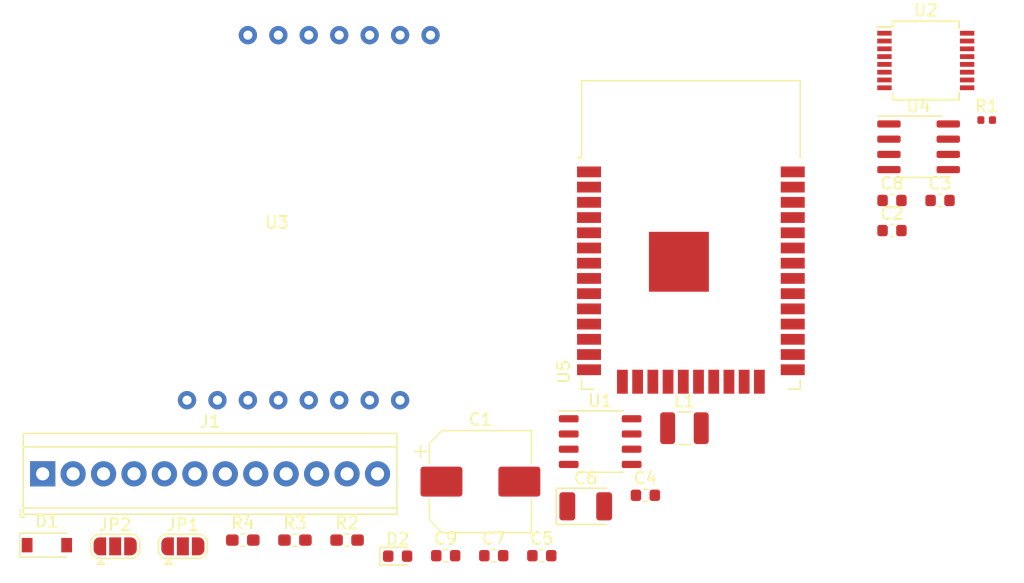
<source format=kicad_pcb>
(kicad_pcb (version 20171130) (host pcbnew "(5.1.5)-3")

  (general
    (thickness 1.6)
    (drawings 0)
    (tracks 0)
    (zones 0)
    (modules 24)
    (nets 60)
  )

  (page A4)
  (layers
    (0 F.Cu signal)
    (31 B.Cu signal)
    (32 B.Adhes user)
    (33 F.Adhes user)
    (34 B.Paste user)
    (35 F.Paste user)
    (36 B.SilkS user)
    (37 F.SilkS user)
    (38 B.Mask user)
    (39 F.Mask user)
    (40 Dwgs.User user)
    (41 Cmts.User user)
    (42 Eco1.User user)
    (43 Eco2.User user)
    (44 Edge.Cuts user)
    (45 Margin user)
    (46 B.CrtYd user)
    (47 F.CrtYd user)
    (48 B.Fab user)
    (49 F.Fab user)
  )

  (setup
    (last_trace_width 0.5)
    (trace_clearance 0.35)
    (zone_clearance 0.508)
    (zone_45_only no)
    (trace_min 0.2)
    (via_size 0.8)
    (via_drill 0.5)
    (via_min_size 0.4)
    (via_min_drill 0.3)
    (uvia_size 0.8)
    (uvia_drill 0.1)
    (uvias_allowed no)
    (uvia_min_size 0.2)
    (uvia_min_drill 0.1)
    (edge_width 0.05)
    (segment_width 0.2)
    (pcb_text_width 0.3)
    (pcb_text_size 1.5 1.5)
    (mod_edge_width 0.12)
    (mod_text_size 1 1)
    (mod_text_width 0.15)
    (pad_size 1.524 1.524)
    (pad_drill 0.762)
    (pad_to_mask_clearance 0.051)
    (solder_mask_min_width 0.25)
    (aux_axis_origin 0 0)
    (visible_elements FFFFFF7F)
    (pcbplotparams
      (layerselection 0x010fc_ffffffff)
      (usegerberextensions false)
      (usegerberattributes false)
      (usegerberadvancedattributes false)
      (creategerberjobfile false)
      (excludeedgelayer true)
      (linewidth 0.100000)
      (plotframeref false)
      (viasonmask false)
      (mode 1)
      (useauxorigin false)
      (hpglpennumber 1)
      (hpglpenspeed 20)
      (hpglpendiameter 15.000000)
      (psnegative false)
      (psa4output false)
      (plotreference true)
      (plotvalue true)
      (plotinvisibletext false)
      (padsonsilk false)
      (subtractmaskfromsilk false)
      (outputformat 1)
      (mirror false)
      (drillshape 1)
      (scaleselection 1)
      (outputdirectory ""))
  )

  (net 0 "")
  (net 1 GND)
  (net 2 +BATT)
  (net 3 "Net-(C2-Pad2)")
  (net 4 "Net-(C2-Pad1)")
  (net 5 "Net-(C3-Pad2)")
  (net 6 "Net-(C4-Pad2)")
  (net 7 "Net-(C5-Pad2)")
  (net 8 "Net-(C5-Pad1)")
  (net 9 +3V3)
  (net 10 /EN)
  (net 11 "Net-(D1-Pad1)")
  (net 12 "Net-(D2-Pad2)")
  (net 13 /ESP_LED_CTRL)
  (net 14 /GPIO0)
  (net 15 "Net-(J1-Pad11)")
  (net 16 CAN_H)
  (net 17 CAN_L)
  (net 18 /RX_UART2)
  (net 19 /TX_UART2)
  (net 20 /TX_UART1)
  (net 21 /RX_UART1)
  (net 22 /TX_FLASH)
  (net 23 /RX_FLASH)
  (net 24 "Net-(JP1-Pad2)")
  (net 25 SPI_MOSI)
  (net 26 GPS_RX)
  (net 27 "Net-(JP2-Pad2)")
  (net 28 SPI_MISO)
  (net 29 GPS_TX)
  (net 30 RS232_TX1)
  (net 31 RS232_RX1)
  (net 32 RS232_RX2)
  (net 33 RS232_TX2)
  (net 34 I2C_SCL)
  (net 35 I2C_SDA)
  (net 36 "Net-(U3-Pad4)")
  (net 37 "Net-(U3-Pad3)")
  (net 38 "Net-(U3-Pad2)")
  (net 39 "Net-(U3-Pad1)")
  (net 40 SPI_SCK)
  (net 41 SPI_CS)
  (net 42 "Net-(U3-Pad10)")
  (net 43 CANRX)
  (net 44 CANTX)
  (net 45 "Net-(U5-Pad32)")
  (net 46 "Net-(U5-Pad29)")
  (net 47 "Net-(U5-Pad24)")
  (net 48 "Net-(U5-Pad23)")
  (net 49 "Net-(U5-Pad22)")
  (net 50 "Net-(U5-Pad21)")
  (net 51 "Net-(U5-Pad20)")
  (net 52 "Net-(U5-Pad19)")
  (net 53 "Net-(U5-Pad18)")
  (net 54 "Net-(U5-Pad17)")
  (net 55 "Net-(U5-Pad14)")
  (net 56 "Net-(U5-Pad7)")
  (net 57 "Net-(U5-Pad6)")
  (net 58 "Net-(U5-Pad5)")
  (net 59 "Net-(U5-Pad4)")

  (net_class Default "Ceci est la Netclass par défaut."
    (clearance 0.35)
    (trace_width 0.5)
    (via_dia 0.8)
    (via_drill 0.5)
    (uvia_dia 0.8)
    (uvia_drill 0.1)
    (add_net +3V3)
    (add_net +BATT)
    (add_net /EN)
    (add_net /ESP_LED_CTRL)
    (add_net /GPIO0)
    (add_net /RX_FLASH)
    (add_net /RX_UART1)
    (add_net /RX_UART2)
    (add_net /TX_FLASH)
    (add_net /TX_UART1)
    (add_net /TX_UART2)
    (add_net CANRX)
    (add_net CANTX)
    (add_net CAN_H)
    (add_net CAN_L)
    (add_net GND)
    (add_net GPS_RX)
    (add_net GPS_TX)
    (add_net I2C_SCL)
    (add_net I2C_SDA)
    (add_net "Net-(C2-Pad1)")
    (add_net "Net-(C2-Pad2)")
    (add_net "Net-(C3-Pad2)")
    (add_net "Net-(C4-Pad2)")
    (add_net "Net-(C5-Pad1)")
    (add_net "Net-(C5-Pad2)")
    (add_net "Net-(D1-Pad1)")
    (add_net "Net-(D2-Pad2)")
    (add_net "Net-(J1-Pad11)")
    (add_net "Net-(JP1-Pad2)")
    (add_net "Net-(JP2-Pad2)")
    (add_net "Net-(U3-Pad1)")
    (add_net "Net-(U3-Pad10)")
    (add_net "Net-(U3-Pad2)")
    (add_net "Net-(U3-Pad3)")
    (add_net "Net-(U3-Pad4)")
    (add_net "Net-(U5-Pad14)")
    (add_net "Net-(U5-Pad17)")
    (add_net "Net-(U5-Pad18)")
    (add_net "Net-(U5-Pad19)")
    (add_net "Net-(U5-Pad20)")
    (add_net "Net-(U5-Pad21)")
    (add_net "Net-(U5-Pad22)")
    (add_net "Net-(U5-Pad23)")
    (add_net "Net-(U5-Pad24)")
    (add_net "Net-(U5-Pad29)")
    (add_net "Net-(U5-Pad32)")
    (add_net "Net-(U5-Pad4)")
    (add_net "Net-(U5-Pad5)")
    (add_net "Net-(U5-Pad6)")
    (add_net "Net-(U5-Pad7)")
    (add_net RS232_RX1)
    (add_net RS232_RX2)
    (add_net RS232_TX1)
    (add_net RS232_TX2)
    (add_net SPI_CS)
    (add_net SPI_MISO)
    (add_net SPI_MOSI)
    (add_net SPI_SCK)
  )

  (net_class PWR+GND ""
    (clearance 0.4)
    (trace_width 0.7)
    (via_dia 0.8)
    (via_drill 0.5)
    (uvia_dia 0.8)
    (uvia_drill 0.1)
  )

  (module RF_Module:ESP32-WROOM-32 (layer F.Cu) (tedit 5B5B4654) (tstamp 5FBB1A37)
    (at 166.917 94.17)
    (descr "Single 2.4 GHz Wi-Fi and Bluetooth combo chip https://www.espressif.com/sites/default/files/documentation/esp32-wroom-32_datasheet_en.pdf")
    (tags "Single 2.4 GHz Wi-Fi and Bluetooth combo  chip")
    (path /5EA5DE6F)
    (attr smd)
    (fp_text reference U5 (at -10.61 8.43 90) (layer F.SilkS)
      (effects (font (size 1 1) (thickness 0.15)))
    )
    (fp_text value ESP32-WROOM-32U (at 0 11.5) (layer F.Fab)
      (effects (font (size 1 1) (thickness 0.15)))
    )
    (fp_line (start -9.12 -9.445) (end -9.5 -9.445) (layer F.SilkS) (width 0.12))
    (fp_line (start -9.12 -15.865) (end -9.12 -9.445) (layer F.SilkS) (width 0.12))
    (fp_line (start 9.12 -15.865) (end 9.12 -9.445) (layer F.SilkS) (width 0.12))
    (fp_line (start -9.12 -15.865) (end 9.12 -15.865) (layer F.SilkS) (width 0.12))
    (fp_line (start 9.12 9.88) (end 8.12 9.88) (layer F.SilkS) (width 0.12))
    (fp_line (start 9.12 9.1) (end 9.12 9.88) (layer F.SilkS) (width 0.12))
    (fp_line (start -9.12 9.88) (end -8.12 9.88) (layer F.SilkS) (width 0.12))
    (fp_line (start -9.12 9.1) (end -9.12 9.88) (layer F.SilkS) (width 0.12))
    (fp_line (start 8.4 -20.6) (end 8.2 -20.4) (layer Cmts.User) (width 0.1))
    (fp_line (start 8.4 -16) (end 8.4 -20.6) (layer Cmts.User) (width 0.1))
    (fp_line (start 8.4 -20.6) (end 8.6 -20.4) (layer Cmts.User) (width 0.1))
    (fp_line (start 8.4 -16) (end 8.6 -16.2) (layer Cmts.User) (width 0.1))
    (fp_line (start 8.4 -16) (end 8.2 -16.2) (layer Cmts.User) (width 0.1))
    (fp_line (start -9.2 -13.875) (end -9.4 -14.075) (layer Cmts.User) (width 0.1))
    (fp_line (start -13.8 -13.875) (end -9.2 -13.875) (layer Cmts.User) (width 0.1))
    (fp_line (start -9.2 -13.875) (end -9.4 -13.675) (layer Cmts.User) (width 0.1))
    (fp_line (start -13.8 -13.875) (end -13.6 -13.675) (layer Cmts.User) (width 0.1))
    (fp_line (start -13.8 -13.875) (end -13.6 -14.075) (layer Cmts.User) (width 0.1))
    (fp_line (start 9.2 -13.875) (end 9.4 -13.675) (layer Cmts.User) (width 0.1))
    (fp_line (start 9.2 -13.875) (end 9.4 -14.075) (layer Cmts.User) (width 0.1))
    (fp_line (start 13.8 -13.875) (end 13.6 -13.675) (layer Cmts.User) (width 0.1))
    (fp_line (start 13.8 -13.875) (end 13.6 -14.075) (layer Cmts.User) (width 0.1))
    (fp_line (start 9.2 -13.875) (end 13.8 -13.875) (layer Cmts.User) (width 0.1))
    (fp_line (start 14 -11.585) (end 12 -9.97) (layer Dwgs.User) (width 0.1))
    (fp_line (start 14 -13.2) (end 10 -9.97) (layer Dwgs.User) (width 0.1))
    (fp_line (start 14 -14.815) (end 8 -9.97) (layer Dwgs.User) (width 0.1))
    (fp_line (start 14 -16.43) (end 6 -9.97) (layer Dwgs.User) (width 0.1))
    (fp_line (start 14 -18.045) (end 4 -9.97) (layer Dwgs.User) (width 0.1))
    (fp_line (start 14 -19.66) (end 2 -9.97) (layer Dwgs.User) (width 0.1))
    (fp_line (start 13.475 -20.75) (end 0 -9.97) (layer Dwgs.User) (width 0.1))
    (fp_line (start 11.475 -20.75) (end -2 -9.97) (layer Dwgs.User) (width 0.1))
    (fp_line (start 9.475 -20.75) (end -4 -9.97) (layer Dwgs.User) (width 0.1))
    (fp_line (start 7.475 -20.75) (end -6 -9.97) (layer Dwgs.User) (width 0.1))
    (fp_line (start -8 -9.97) (end 5.475 -20.75) (layer Dwgs.User) (width 0.1))
    (fp_line (start 3.475 -20.75) (end -10 -9.97) (layer Dwgs.User) (width 0.1))
    (fp_line (start 1.475 -20.75) (end -12 -9.97) (layer Dwgs.User) (width 0.1))
    (fp_line (start -0.525 -20.75) (end -14 -9.97) (layer Dwgs.User) (width 0.1))
    (fp_line (start -2.525 -20.75) (end -14 -11.585) (layer Dwgs.User) (width 0.1))
    (fp_line (start -4.525 -20.75) (end -14 -13.2) (layer Dwgs.User) (width 0.1))
    (fp_line (start -6.525 -20.75) (end -14 -14.815) (layer Dwgs.User) (width 0.1))
    (fp_line (start -8.525 -20.75) (end -14 -16.43) (layer Dwgs.User) (width 0.1))
    (fp_line (start -10.525 -20.75) (end -14 -18.045) (layer Dwgs.User) (width 0.1))
    (fp_line (start -12.525 -20.75) (end -14 -19.66) (layer Dwgs.User) (width 0.1))
    (fp_line (start 9.75 -9.72) (end 14.25 -9.72) (layer F.CrtYd) (width 0.05))
    (fp_line (start -14.25 -9.72) (end -9.75 -9.72) (layer F.CrtYd) (width 0.05))
    (fp_line (start 14.25 -21) (end 14.25 -9.72) (layer F.CrtYd) (width 0.05))
    (fp_line (start -14.25 -21) (end -14.25 -9.72) (layer F.CrtYd) (width 0.05))
    (fp_line (start 14 -20.75) (end -14 -20.75) (layer Dwgs.User) (width 0.1))
    (fp_line (start 14 -9.97) (end 14 -20.75) (layer Dwgs.User) (width 0.1))
    (fp_line (start 14 -9.97) (end -14 -9.97) (layer Dwgs.User) (width 0.1))
    (fp_line (start -9 -9.02) (end -8.5 -9.52) (layer F.Fab) (width 0.1))
    (fp_line (start -8.5 -9.52) (end -9 -10.02) (layer F.Fab) (width 0.1))
    (fp_line (start -9 -9.02) (end -9 9.76) (layer F.Fab) (width 0.1))
    (fp_line (start -14.25 -21) (end 14.25 -21) (layer F.CrtYd) (width 0.05))
    (fp_line (start 9.75 -9.72) (end 9.75 10.5) (layer F.CrtYd) (width 0.05))
    (fp_line (start -9.75 10.5) (end 9.75 10.5) (layer F.CrtYd) (width 0.05))
    (fp_line (start -9.75 10.5) (end -9.75 -9.72) (layer F.CrtYd) (width 0.05))
    (fp_line (start -9 -15.745) (end 9 -15.745) (layer F.Fab) (width 0.1))
    (fp_line (start -9 -15.745) (end -9 -10.02) (layer F.Fab) (width 0.1))
    (fp_line (start -9 9.76) (end 9 9.76) (layer F.Fab) (width 0.1))
    (fp_line (start 9 9.76) (end 9 -15.745) (layer F.Fab) (width 0.1))
    (fp_line (start -14 -9.97) (end -14 -20.75) (layer Dwgs.User) (width 0.1))
    (fp_text user "5 mm" (at 7.8 -19.075 90) (layer Cmts.User)
      (effects (font (size 0.5 0.5) (thickness 0.1)))
    )
    (fp_text user "5 mm" (at -11.2 -14.375) (layer Cmts.User)
      (effects (font (size 0.5 0.5) (thickness 0.1)))
    )
    (fp_text user "5 mm" (at 11.8 -14.375) (layer Cmts.User)
      (effects (font (size 0.5 0.5) (thickness 0.1)))
    )
    (fp_text user Antenna (at 0 -13) (layer Cmts.User)
      (effects (font (size 1 1) (thickness 0.15)))
    )
    (fp_text user "KEEP-OUT ZONE" (at 0 -19) (layer Cmts.User)
      (effects (font (size 1 1) (thickness 0.15)))
    )
    (fp_text user %R (at 0 0) (layer F.Fab)
      (effects (font (size 1 1) (thickness 0.15)))
    )
    (pad 38 smd rect (at 8.5 -8.255) (size 2 0.9) (layers F.Cu F.Paste F.Mask)
      (net 1 GND))
    (pad 37 smd rect (at 8.5 -6.985) (size 2 0.9) (layers F.Cu F.Paste F.Mask)
      (net 40 SPI_SCK))
    (pad 36 smd rect (at 8.5 -5.715) (size 2 0.9) (layers F.Cu F.Paste F.Mask)
      (net 34 I2C_SCL))
    (pad 35 smd rect (at 8.5 -4.445) (size 2 0.9) (layers F.Cu F.Paste F.Mask)
      (net 22 /TX_FLASH))
    (pad 34 smd rect (at 8.5 -3.175) (size 2 0.9) (layers F.Cu F.Paste F.Mask)
      (net 23 /RX_FLASH))
    (pad 33 smd rect (at 8.5 -1.905) (size 2 0.9) (layers F.Cu F.Paste F.Mask)
      (net 35 I2C_SDA))
    (pad 32 smd rect (at 8.5 -0.635) (size 2 0.9) (layers F.Cu F.Paste F.Mask)
      (net 45 "Net-(U5-Pad32)"))
    (pad 31 smd rect (at 8.5 0.635) (size 2 0.9) (layers F.Cu F.Paste F.Mask)
      (net 20 /TX_UART1))
    (pad 30 smd rect (at 8.5 1.905) (size 2 0.9) (layers F.Cu F.Paste F.Mask)
      (net 21 /RX_UART1))
    (pad 29 smd rect (at 8.5 3.175) (size 2 0.9) (layers F.Cu F.Paste F.Mask)
      (net 46 "Net-(U5-Pad29)"))
    (pad 28 smd rect (at 8.5 4.445) (size 2 0.9) (layers F.Cu F.Paste F.Mask)
      (net 19 /TX_UART2))
    (pad 27 smd rect (at 8.5 5.715) (size 2 0.9) (layers F.Cu F.Paste F.Mask)
      (net 18 /RX_UART2))
    (pad 26 smd rect (at 8.5 6.985) (size 2 0.9) (layers F.Cu F.Paste F.Mask)
      (net 13 /ESP_LED_CTRL))
    (pad 25 smd rect (at 8.5 8.255) (size 2 0.9) (layers F.Cu F.Paste F.Mask)
      (net 14 /GPIO0))
    (pad 24 smd rect (at 5.715 9.255 90) (size 2 0.9) (layers F.Cu F.Paste F.Mask)
      (net 47 "Net-(U5-Pad24)"))
    (pad 23 smd rect (at 4.445 9.255 90) (size 2 0.9) (layers F.Cu F.Paste F.Mask)
      (net 48 "Net-(U5-Pad23)"))
    (pad 22 smd rect (at 3.175 9.255 90) (size 2 0.9) (layers F.Cu F.Paste F.Mask)
      (net 49 "Net-(U5-Pad22)"))
    (pad 21 smd rect (at 1.905 9.255 90) (size 2 0.9) (layers F.Cu F.Paste F.Mask)
      (net 50 "Net-(U5-Pad21)"))
    (pad 20 smd rect (at 0.635 9.255 90) (size 2 0.9) (layers F.Cu F.Paste F.Mask)
      (net 51 "Net-(U5-Pad20)"))
    (pad 19 smd rect (at -0.635 9.255 90) (size 2 0.9) (layers F.Cu F.Paste F.Mask)
      (net 52 "Net-(U5-Pad19)"))
    (pad 18 smd rect (at -1.905 9.255 90) (size 2 0.9) (layers F.Cu F.Paste F.Mask)
      (net 53 "Net-(U5-Pad18)"))
    (pad 17 smd rect (at -3.175 9.255 90) (size 2 0.9) (layers F.Cu F.Paste F.Mask)
      (net 54 "Net-(U5-Pad17)"))
    (pad 16 smd rect (at -4.445 9.255 90) (size 2 0.9) (layers F.Cu F.Paste F.Mask)
      (net 26 GPS_RX))
    (pad 15 smd rect (at -5.715 9.255 90) (size 2 0.9) (layers F.Cu F.Paste F.Mask)
      (net 1 GND))
    (pad 14 smd rect (at -8.5 8.255) (size 2 0.9) (layers F.Cu F.Paste F.Mask)
      (net 55 "Net-(U5-Pad14)"))
    (pad 13 smd rect (at -8.5 6.985) (size 2 0.9) (layers F.Cu F.Paste F.Mask)
      (net 29 GPS_TX))
    (pad 12 smd rect (at -8.5 5.715) (size 2 0.9) (layers F.Cu F.Paste F.Mask)
      (net 41 SPI_CS))
    (pad 11 smd rect (at -8.5 4.445) (size 2 0.9) (layers F.Cu F.Paste F.Mask)
      (net 44 CANTX))
    (pad 10 smd rect (at -8.5 3.175) (size 2 0.9) (layers F.Cu F.Paste F.Mask)
      (net 43 CANRX))
    (pad 9 smd rect (at -8.5 1.905) (size 2 0.9) (layers F.Cu F.Paste F.Mask)
      (net 28 SPI_MISO))
    (pad 8 smd rect (at -8.5 0.635) (size 2 0.9) (layers F.Cu F.Paste F.Mask)
      (net 25 SPI_MOSI))
    (pad 7 smd rect (at -8.5 -0.635) (size 2 0.9) (layers F.Cu F.Paste F.Mask)
      (net 56 "Net-(U5-Pad7)"))
    (pad 6 smd rect (at -8.5 -1.905) (size 2 0.9) (layers F.Cu F.Paste F.Mask)
      (net 57 "Net-(U5-Pad6)"))
    (pad 5 smd rect (at -8.5 -3.175) (size 2 0.9) (layers F.Cu F.Paste F.Mask)
      (net 58 "Net-(U5-Pad5)"))
    (pad 4 smd rect (at -8.5 -4.445) (size 2 0.9) (layers F.Cu F.Paste F.Mask)
      (net 59 "Net-(U5-Pad4)"))
    (pad 3 smd rect (at -8.5 -5.715) (size 2 0.9) (layers F.Cu F.Paste F.Mask)
      (net 10 /EN))
    (pad 2 smd rect (at -8.5 -6.985) (size 2 0.9) (layers F.Cu F.Paste F.Mask)
      (net 9 +3V3))
    (pad 1 smd rect (at -8.5 -8.255) (size 2 0.9) (layers F.Cu F.Paste F.Mask)
      (net 1 GND))
    (pad 39 smd rect (at -1 -0.755) (size 5 5) (layers F.Cu F.Paste F.Mask)
      (net 1 GND))
    (model ${KISYS3DMOD}/RF_Module.3dshapes/ESP32-WROOM-32.wrl
      (at (xyz 0 0 0))
      (scale (xyz 1 1 1))
      (rotate (xyz 0 0 0))
    )
  )

  (module Package_SO:SOIC-8_3.9x4.9mm_P1.27mm (layer F.Cu) (tedit 5D9F72B1) (tstamp 5FBB19C8)
    (at 185.917 83.82)
    (descr "SOIC, 8 Pin (JEDEC MS-012AA, https://www.analog.com/media/en/package-pcb-resources/package/pkg_pdf/soic_narrow-r/r_8.pdf), generated with kicad-footprint-generator ipc_gullwing_generator.py")
    (tags "SOIC SO")
    (path /5FD18F5C)
    (attr smd)
    (fp_text reference U4 (at 0 -3.4) (layer F.SilkS)
      (effects (font (size 1 1) (thickness 0.15)))
    )
    (fp_text value SN65HVD234 (at 0 3.4) (layer F.Fab)
      (effects (font (size 1 1) (thickness 0.15)))
    )
    (fp_text user %R (at 0 0) (layer F.Fab)
      (effects (font (size 0.98 0.98) (thickness 0.15)))
    )
    (fp_line (start 3.7 -2.7) (end -3.7 -2.7) (layer F.CrtYd) (width 0.05))
    (fp_line (start 3.7 2.7) (end 3.7 -2.7) (layer F.CrtYd) (width 0.05))
    (fp_line (start -3.7 2.7) (end 3.7 2.7) (layer F.CrtYd) (width 0.05))
    (fp_line (start -3.7 -2.7) (end -3.7 2.7) (layer F.CrtYd) (width 0.05))
    (fp_line (start -1.95 -1.475) (end -0.975 -2.45) (layer F.Fab) (width 0.1))
    (fp_line (start -1.95 2.45) (end -1.95 -1.475) (layer F.Fab) (width 0.1))
    (fp_line (start 1.95 2.45) (end -1.95 2.45) (layer F.Fab) (width 0.1))
    (fp_line (start 1.95 -2.45) (end 1.95 2.45) (layer F.Fab) (width 0.1))
    (fp_line (start -0.975 -2.45) (end 1.95 -2.45) (layer F.Fab) (width 0.1))
    (fp_line (start 0 -2.56) (end -3.45 -2.56) (layer F.SilkS) (width 0.12))
    (fp_line (start 0 -2.56) (end 1.95 -2.56) (layer F.SilkS) (width 0.12))
    (fp_line (start 0 2.56) (end -1.95 2.56) (layer F.SilkS) (width 0.12))
    (fp_line (start 0 2.56) (end 1.95 2.56) (layer F.SilkS) (width 0.12))
    (pad 8 smd roundrect (at 2.475 -1.905) (size 1.95 0.6) (layers F.Cu F.Paste F.Mask) (roundrect_rratio 0.25)
      (net 1 GND))
    (pad 7 smd roundrect (at 2.475 -0.635) (size 1.95 0.6) (layers F.Cu F.Paste F.Mask) (roundrect_rratio 0.25)
      (net 16 CAN_H))
    (pad 6 smd roundrect (at 2.475 0.635) (size 1.95 0.6) (layers F.Cu F.Paste F.Mask) (roundrect_rratio 0.25)
      (net 17 CAN_L))
    (pad 5 smd roundrect (at 2.475 1.905) (size 1.95 0.6) (layers F.Cu F.Paste F.Mask) (roundrect_rratio 0.25)
      (net 9 +3V3))
    (pad 4 smd roundrect (at -2.475 1.905) (size 1.95 0.6) (layers F.Cu F.Paste F.Mask) (roundrect_rratio 0.25)
      (net 43 CANRX))
    (pad 3 smd roundrect (at -2.475 0.635) (size 1.95 0.6) (layers F.Cu F.Paste F.Mask) (roundrect_rratio 0.25)
      (net 9 +3V3))
    (pad 2 smd roundrect (at -2.475 -0.635) (size 1.95 0.6) (layers F.Cu F.Paste F.Mask) (roundrect_rratio 0.25)
      (net 1 GND))
    (pad 1 smd roundrect (at -2.475 -1.905) (size 1.95 0.6) (layers F.Cu F.Paste F.Mask) (roundrect_rratio 0.25)
      (net 44 CANTX))
    (model ${KISYS3DMOD}/Package_SO.3dshapes/SOIC-8_3.9x4.9mm_P1.27mm.wrl
      (at (xyz 0 0 0))
      (scale (xyz 1 1 1))
      (rotate (xyz 0 0 0))
    )
  )

  (module Dronotique:AdafruitGPSM9N (layer F.Cu) (tedit 5F96A0F4) (tstamp 5FBB19AE)
    (at 132.372 89.635)
    (path /5FC757E9)
    (fp_text reference U3 (at 0 0.5) (layer F.SilkS)
      (effects (font (size 1 1) (thickness 0.15)))
    )
    (fp_text value SparkfunM9N (at 0 -0.5) (layer F.Fab)
      (effects (font (size 1 1) (thickness 0.15)))
    )
    (fp_arc (start -6.634 -15.6432) (end -6.334 -15.6432) (angle -180) (layer Dwgs.User) (width 0.2))
    (fp_line (start -14.974 -11.7082) (end -14.974 -10.6082) (layer Dwgs.User) (width 0.2))
    (fp_circle (center -2.42 -15.12) (end -1.55 -14.99) (layer Dwgs.User) (width 0.2))
    (fp_circle (center 5.2 -15.12) (end 5.708 -15.12) (layer Dwgs.User) (width 0.2))
    (fp_circle (center 16.63 14.0647) (end 18.281 14.0647) (layer Dwgs.User) (width 0.2))
    (fp_circle (center -4.96 15.3347) (end -4.452 15.3347) (layer Dwgs.User) (width 0.2))
    (fp_circle (center -13.844 -11.6882) (end -13.519001 -11.6882) (layer Dwgs.User) (width 0.2))
    (fp_circle (center 12.82 -15.12) (end 13.328 -15.12) (layer Dwgs.User) (width 0.2))
    (fp_circle (center 7.74 15.3347) (end 8.248 15.3347) (layer Dwgs.User) (width 0.2))
    (fp_circle (center 10.28 15.3347) (end 10.788 15.3347) (layer Dwgs.User) (width 0.2))
    (fp_circle (center 5.2 15.3347) (end 5.708 15.3347) (layer Dwgs.User) (width 0.2))
    (fp_line (start 19.17 -16.39) (end 19.17 16.6047) (layer Dwgs.User) (width 0.2))
    (fp_arc (start -6.634 -10.6082) (end -6.934001 -10.6082) (angle -180) (layer Dwgs.User) (width 0.2))
    (fp_line (start -6.934 -15.6432) (end -6.934 -15.0232) (layer Dwgs.User) (width 0.2))
    (fp_line (start -21.47 16.6047) (end -21.47 -16.39) (layer Dwgs.User) (width 0.2))
    (fp_line (start -14.974 -15.6432) (end -14.974 -15.0232) (layer Dwgs.User) (width 0.2))
    (fp_circle (center -7.5 15.3347) (end -6.57 15.43) (layer Dwgs.User) (width 0.2))
    (fp_circle (center -18.93 -13.85) (end -17.279 -13.85) (layer Dwgs.User) (width 0.2))
    (fp_arc (start -6.634 -15.0232) (end -6.934001 -15.0232) (angle -180) (layer Dwgs.User) (width 0.2))
    (fp_circle (center 2.66 -15.12) (end 3.168 -15.12) (layer Dwgs.User) (width 0.2))
    (fp_circle (center -8.064 -11.6882) (end -7.739001 -11.6882) (layer Dwgs.User) (width 0.2))
    (fp_line (start -15.574 -15.6432) (end -15.574 -15.0232) (layer Dwgs.User) (width 0.2))
    (fp_circle (center 7.74 -15.12) (end 8.248 -15.12) (layer Dwgs.User) (width 0.2))
    (fp_arc (start -15.274 -15.6432) (end -14.974 -15.6432) (angle -180) (layer Dwgs.User) (width 0.2))
    (fp_circle (center 0.12 15.3347) (end 0.628 15.3347) (layer Dwgs.User) (width 0.2))
    (fp_circle (center 10.28 -15.12) (end 10.788 -15.12) (layer Dwgs.User) (width 0.2))
    (fp_circle (center 2.66 15.3347) (end 3.168 15.3347) (layer Dwgs.User) (width 0.2))
    (fp_arc (start -15.274 -15.0232) (end -15.574 -15.0232) (angle -180) (layer Dwgs.User) (width 0.2))
    (fp_line (start -6.334 -15.6432) (end -6.334 -15.0232) (layer Dwgs.User) (width 0.2))
    (fp_line (start -15.574 -11.7082) (end -15.574 -10.6082) (layer Dwgs.User) (width 0.2))
    (fp_circle (center -2.42 15.3347) (end -1.912 15.3347) (layer Dwgs.User) (width 0.2))
    (fp_arc (start -15.274 -10.6082) (end -15.574 -10.6082) (angle -180) (layer Dwgs.User) (width 0.2))
    (fp_arc (start -15.274 -11.7082) (end -14.974 -11.7082) (angle -180) (layer Dwgs.User) (width 0.2))
    (fp_circle (center -18.93 14.0647) (end -17.279 14.0647) (layer Dwgs.User) (width 0.2))
    (fp_line (start -6.934 -11.7082) (end -6.934 -10.6082) (layer Dwgs.User) (width 0.2))
    (fp_line (start -6.334 -11.7082) (end -6.334 -10.6082) (layer Dwgs.User) (width 0.2))
    (fp_circle (center 0.12 -15.12) (end 0.628 -15.12) (layer Dwgs.User) (width 0.2))
    (fp_line (start 19.17 16.6047) (end -21.47 16.6047) (layer Dwgs.User) (width 0.2))
    (fp_arc (start -6.634 -11.7082) (end -6.334 -11.7082) (angle -180) (layer Dwgs.User) (width 0.2))
    (fp_circle (center 16.63 -13.85) (end 18.281 -13.85) (layer Dwgs.User) (width 0.2))
    (fp_line (start -21.47 -16.39) (end 19.17 -16.39) (layer Dwgs.User) (width 0.2))
    (pad 8 thru_hole circle (at 10.28 15.33) (size 1.524 1.524) (drill 0.762) (layers *.Cu *.Mask)
      (net 34 I2C_SCL))
    (pad 7 thru_hole circle (at 7.74 15.33) (size 1.524 1.524) (drill 0.762) (layers *.Cu *.Mask)
      (net 35 I2C_SDA))
    (pad 6 thru_hole circle (at 5.2 15.33) (size 1.524 1.524) (drill 0.762) (layers *.Cu *.Mask)
      (net 9 +3V3))
    (pad 5 thru_hole circle (at 2.66 15.33) (size 1.524 1.524) (drill 0.762) (layers *.Cu *.Mask)
      (net 1 GND))
    (pad 4 thru_hole circle (at 0.12 15.33) (size 1.524 1.524) (drill 0.762) (layers *.Cu *.Mask)
      (net 36 "Net-(U3-Pad4)"))
    (pad 3 thru_hole circle (at -2.42 15.33) (size 1.524 1.524) (drill 0.762) (layers *.Cu *.Mask)
      (net 37 "Net-(U3-Pad3)"))
    (pad 2 thru_hole circle (at -4.96 15.33) (size 1.524 1.524) (drill 0.762) (layers *.Cu *.Mask)
      (net 38 "Net-(U3-Pad2)"))
    (pad 1 thru_hole circle (at -7.5 15.33) (size 1.524 1.524) (drill 0.762) (layers *.Cu *.Mask)
      (net 39 "Net-(U3-Pad1)"))
    (pad 15 thru_hole circle (at 12.82 -15.13) (size 1.524 1.524) (drill 0.762) (layers *.Cu *.Mask)
      (net 40 SPI_SCK))
    (pad 14 thru_hole circle (at 10.28 -15.13) (size 1.524 1.524) (drill 0.762) (layers *.Cu *.Mask)
      (net 27 "Net-(JP2-Pad2)"))
    (pad 13 thru_hole circle (at 7.74 -15.13) (size 1.524 1.524) (drill 0.762) (layers *.Cu *.Mask)
      (net 24 "Net-(JP1-Pad2)"))
    (pad 12 thru_hole circle (at 5.2 -15.13) (size 1.524 1.524) (drill 0.762) (layers *.Cu *.Mask)
      (net 41 SPI_CS))
    (pad 11 thru_hole circle (at 2.66 -15.13) (size 1.524 1.524) (drill 0.762) (layers *.Cu *.Mask)
      (net 9 +3V3))
    (pad 10 thru_hole circle (at 0.12 -15.13) (size 1.524 1.524) (drill 0.762) (layers *.Cu *.Mask)
      (net 42 "Net-(U3-Pad10)"))
    (pad 9 thru_hole circle (at -2.42 -15.13) (size 1.524 1.524) (drill 0.762) (layers *.Cu *.Mask)
      (net 1 GND))
  )

  (module Package_SO:SSOP-16_5.3x6.2mm_P0.65mm (layer F.Cu) (tedit 5A02F25C) (tstamp 5FBB1972)
    (at 186.517 76.62)
    (descr "SSOP16: plastic shrink small outline package; 16 leads; body width 5.3 mm; (see NXP SSOP-TSSOP-VSO-REFLOW.pdf and sot338-1_po.pdf)")
    (tags "SSOP 0.65")
    (path /5FC7FEBA)
    (attr smd)
    (fp_text reference U2 (at 0 -4.2) (layer F.SilkS)
      (effects (font (size 1 1) (thickness 0.15)))
    )
    (fp_text value MAX3232CDR (at 0 4.2) (layer F.Fab)
      (effects (font (size 1 1) (thickness 0.15)))
    )
    (fp_text user %R (at 0 0) (layer F.Fab)
      (effects (font (size 0.8 0.8) (thickness 0.15)))
    )
    (fp_line (start -2.775 -2.8) (end -4.05 -2.8) (layer F.SilkS) (width 0.15))
    (fp_line (start -2.775 3.275) (end 2.775 3.275) (layer F.SilkS) (width 0.15))
    (fp_line (start -2.775 -3.275) (end 2.775 -3.275) (layer F.SilkS) (width 0.15))
    (fp_line (start -2.775 3.275) (end -2.775 2.7) (layer F.SilkS) (width 0.15))
    (fp_line (start 2.775 3.275) (end 2.775 2.7) (layer F.SilkS) (width 0.15))
    (fp_line (start 2.775 -3.275) (end 2.775 -2.7) (layer F.SilkS) (width 0.15))
    (fp_line (start -2.775 -3.275) (end -2.775 -2.8) (layer F.SilkS) (width 0.15))
    (fp_line (start -4.3 3.45) (end 4.3 3.45) (layer F.CrtYd) (width 0.05))
    (fp_line (start -4.3 -3.45) (end 4.3 -3.45) (layer F.CrtYd) (width 0.05))
    (fp_line (start 4.3 -3.45) (end 4.3 3.45) (layer F.CrtYd) (width 0.05))
    (fp_line (start -4.3 -3.45) (end -4.3 3.45) (layer F.CrtYd) (width 0.05))
    (fp_line (start -2.65 -2.1) (end -1.65 -3.1) (layer F.Fab) (width 0.15))
    (fp_line (start -2.65 3.1) (end -2.65 -2.1) (layer F.Fab) (width 0.15))
    (fp_line (start 2.65 3.1) (end -2.65 3.1) (layer F.Fab) (width 0.15))
    (fp_line (start 2.65 -3.1) (end 2.65 3.1) (layer F.Fab) (width 0.15))
    (fp_line (start -1.65 -3.1) (end 2.65 -3.1) (layer F.Fab) (width 0.15))
    (pad 16 smd rect (at 3.45 -2.275) (size 1.2 0.4) (layers F.Cu F.Paste F.Mask)
      (net 9 +3V3))
    (pad 15 smd rect (at 3.45 -1.625) (size 1.2 0.4) (layers F.Cu F.Paste F.Mask)
      (net 1 GND))
    (pad 14 smd rect (at 3.45 -0.975) (size 1.2 0.4) (layers F.Cu F.Paste F.Mask)
      (net 30 RS232_TX1))
    (pad 13 smd rect (at 3.45 -0.325) (size 1.2 0.4) (layers F.Cu F.Paste F.Mask)
      (net 31 RS232_RX1))
    (pad 12 smd rect (at 3.45 0.325) (size 1.2 0.4) (layers F.Cu F.Paste F.Mask)
      (net 21 /RX_UART1))
    (pad 11 smd rect (at 3.45 0.975) (size 1.2 0.4) (layers F.Cu F.Paste F.Mask)
      (net 20 /TX_UART1))
    (pad 10 smd rect (at 3.45 1.625) (size 1.2 0.4) (layers F.Cu F.Paste F.Mask)
      (net 19 /TX_UART2))
    (pad 9 smd rect (at 3.45 2.275) (size 1.2 0.4) (layers F.Cu F.Paste F.Mask)
      (net 18 /RX_UART2))
    (pad 8 smd rect (at -3.45 2.275) (size 1.2 0.4) (layers F.Cu F.Paste F.Mask)
      (net 32 RS232_RX2))
    (pad 7 smd rect (at -3.45 1.625) (size 1.2 0.4) (layers F.Cu F.Paste F.Mask)
      (net 33 RS232_TX2))
    (pad 6 smd rect (at -3.45 0.975) (size 1.2 0.4) (layers F.Cu F.Paste F.Mask)
      (net 6 "Net-(C4-Pad2)"))
    (pad 5 smd rect (at -3.45 0.325) (size 1.2 0.4) (layers F.Cu F.Paste F.Mask)
      (net 7 "Net-(C5-Pad2)"))
    (pad 4 smd rect (at -3.45 -0.325) (size 1.2 0.4) (layers F.Cu F.Paste F.Mask)
      (net 8 "Net-(C5-Pad1)"))
    (pad 3 smd rect (at -3.45 -0.975) (size 1.2 0.4) (layers F.Cu F.Paste F.Mask)
      (net 3 "Net-(C2-Pad2)"))
    (pad 2 smd rect (at -3.45 -1.625) (size 1.2 0.4) (layers F.Cu F.Paste F.Mask)
      (net 5 "Net-(C3-Pad2)"))
    (pad 1 smd rect (at -3.45 -2.275) (size 1.2 0.4) (layers F.Cu F.Paste F.Mask)
      (net 4 "Net-(C2-Pad1)"))
    (model ${KISYS3DMOD}/Package_SO.3dshapes/SSOP-16_5.3x6.2mm_P0.65mm.wrl
      (at (xyz 0 0 0))
      (scale (xyz 1 1 1))
      (rotate (xyz 0 0 0))
    )
  )

  (module Package_SO:SOP-8_3.9x4.9mm_P1.27mm (layer F.Cu) (tedit 5D9F72B1) (tstamp 5FBB194D)
    (at 159.347 108.42)
    (descr "SOP, 8 Pin (http://www.macronix.com/Lists/Datasheet/Attachments/7534/MX25R3235F,%20Wide%20Range,%2032Mb,%20v1.6.pdf#page=79), generated with kicad-footprint-generator ipc_gullwing_generator.py")
    (tags "SOP SO")
    (path /5FBB15D5)
    (attr smd)
    (fp_text reference U1 (at 0 -3.4) (layer F.SilkS)
      (effects (font (size 1 1) (thickness 0.15)))
    )
    (fp_text value AP1509-3SG-13 (at 0 3.4) (layer F.Fab)
      (effects (font (size 1 1) (thickness 0.15)))
    )
    (fp_text user %R (at 0 0) (layer F.Fab)
      (effects (font (size 0.98 0.98) (thickness 0.15)))
    )
    (fp_line (start 3.7 -2.7) (end -3.7 -2.7) (layer F.CrtYd) (width 0.05))
    (fp_line (start 3.7 2.7) (end 3.7 -2.7) (layer F.CrtYd) (width 0.05))
    (fp_line (start -3.7 2.7) (end 3.7 2.7) (layer F.CrtYd) (width 0.05))
    (fp_line (start -3.7 -2.7) (end -3.7 2.7) (layer F.CrtYd) (width 0.05))
    (fp_line (start -1.95 -1.475) (end -0.975 -2.45) (layer F.Fab) (width 0.1))
    (fp_line (start -1.95 2.45) (end -1.95 -1.475) (layer F.Fab) (width 0.1))
    (fp_line (start 1.95 2.45) (end -1.95 2.45) (layer F.Fab) (width 0.1))
    (fp_line (start 1.95 -2.45) (end 1.95 2.45) (layer F.Fab) (width 0.1))
    (fp_line (start -0.975 -2.45) (end 1.95 -2.45) (layer F.Fab) (width 0.1))
    (fp_line (start 0 -2.56) (end -3.45 -2.56) (layer F.SilkS) (width 0.12))
    (fp_line (start 0 -2.56) (end 1.95 -2.56) (layer F.SilkS) (width 0.12))
    (fp_line (start 0 2.56) (end -1.95 2.56) (layer F.SilkS) (width 0.12))
    (fp_line (start 0 2.56) (end 1.95 2.56) (layer F.SilkS) (width 0.12))
    (pad 8 smd roundrect (at 2.625 -1.905) (size 1.65 0.6) (layers F.Cu F.Paste F.Mask) (roundrect_rratio 0.25)
      (net 1 GND))
    (pad 7 smd roundrect (at 2.625 -0.635) (size 1.65 0.6) (layers F.Cu F.Paste F.Mask) (roundrect_rratio 0.25)
      (net 1 GND))
    (pad 6 smd roundrect (at 2.625 0.635) (size 1.65 0.6) (layers F.Cu F.Paste F.Mask) (roundrect_rratio 0.25)
      (net 1 GND))
    (pad 5 smd roundrect (at 2.625 1.905) (size 1.65 0.6) (layers F.Cu F.Paste F.Mask) (roundrect_rratio 0.25)
      (net 1 GND))
    (pad 4 smd roundrect (at -2.625 1.905) (size 1.65 0.6) (layers F.Cu F.Paste F.Mask) (roundrect_rratio 0.25)
      (net 1 GND))
    (pad 3 smd roundrect (at -2.625 0.635) (size 1.65 0.6) (layers F.Cu F.Paste F.Mask) (roundrect_rratio 0.25)
      (net 9 +3V3))
    (pad 2 smd roundrect (at -2.625 -0.635) (size 1.65 0.6) (layers F.Cu F.Paste F.Mask) (roundrect_rratio 0.25)
      (net 11 "Net-(D1-Pad1)"))
    (pad 1 smd roundrect (at -2.625 -1.905) (size 1.65 0.6) (layers F.Cu F.Paste F.Mask) (roundrect_rratio 0.25)
      (net 2 +BATT))
    (model ${KISYS3DMOD}/Package_SO.3dshapes/SOP-8_3.9x4.9mm_P1.27mm.wrl
      (at (xyz 0 0 0))
      (scale (xyz 1 1 1))
      (rotate (xyz 0 0 0))
    )
  )

  (module Resistor_SMD:R_0603_1608Metric_Pad1.05x0.95mm_HandSolder (layer F.Cu) (tedit 5B301BBD) (tstamp 5FBB1933)
    (at 129.527 116.64)
    (descr "Resistor SMD 0603 (1608 Metric), square (rectangular) end terminal, IPC_7351 nominal with elongated pad for handsoldering. (Body size source: http://www.tortai-tech.com/upload/download/2011102023233369053.pdf), generated with kicad-footprint-generator")
    (tags "resistor handsolder")
    (path /5EA77898)
    (attr smd)
    (fp_text reference R4 (at 0 -1.43) (layer F.SilkS)
      (effects (font (size 1 1) (thickness 0.15)))
    )
    (fp_text value 10kohm (at 0 1.43) (layer F.Fab)
      (effects (font (size 1 1) (thickness 0.15)))
    )
    (fp_text user %R (at 0 0) (layer F.Fab)
      (effects (font (size 0.4 0.4) (thickness 0.06)))
    )
    (fp_line (start 1.65 0.73) (end -1.65 0.73) (layer F.CrtYd) (width 0.05))
    (fp_line (start 1.65 -0.73) (end 1.65 0.73) (layer F.CrtYd) (width 0.05))
    (fp_line (start -1.65 -0.73) (end 1.65 -0.73) (layer F.CrtYd) (width 0.05))
    (fp_line (start -1.65 0.73) (end -1.65 -0.73) (layer F.CrtYd) (width 0.05))
    (fp_line (start -0.171267 0.51) (end 0.171267 0.51) (layer F.SilkS) (width 0.12))
    (fp_line (start -0.171267 -0.51) (end 0.171267 -0.51) (layer F.SilkS) (width 0.12))
    (fp_line (start 0.8 0.4) (end -0.8 0.4) (layer F.Fab) (width 0.1))
    (fp_line (start 0.8 -0.4) (end 0.8 0.4) (layer F.Fab) (width 0.1))
    (fp_line (start -0.8 -0.4) (end 0.8 -0.4) (layer F.Fab) (width 0.1))
    (fp_line (start -0.8 0.4) (end -0.8 -0.4) (layer F.Fab) (width 0.1))
    (pad 2 smd roundrect (at 0.875 0) (size 1.05 0.95) (layers F.Cu F.Paste F.Mask) (roundrect_rratio 0.25)
      (net 10 /EN))
    (pad 1 smd roundrect (at -0.875 0) (size 1.05 0.95) (layers F.Cu F.Paste F.Mask) (roundrect_rratio 0.25)
      (net 9 +3V3))
    (model ${KISYS3DMOD}/Resistor_SMD.3dshapes/R_0603_1608Metric.wrl
      (at (xyz 0 0 0))
      (scale (xyz 1 1 1))
      (rotate (xyz 0 0 0))
    )
  )

  (module Resistor_SMD:R_0603_1608Metric_Pad1.05x0.95mm_HandSolder (layer F.Cu) (tedit 5B301BBD) (tstamp 5FBB1922)
    (at 133.877 116.64)
    (descr "Resistor SMD 0603 (1608 Metric), square (rectangular) end terminal, IPC_7351 nominal with elongated pad for handsoldering. (Body size source: http://www.tortai-tech.com/upload/download/2011102023233369053.pdf), generated with kicad-footprint-generator")
    (tags "resistor handsolder")
    (path /5FD13C33)
    (attr smd)
    (fp_text reference R3 (at 0 -1.43) (layer F.SilkS)
      (effects (font (size 1 1) (thickness 0.15)))
    )
    (fp_text value 120ohm (at 0 1.43) (layer F.Fab)
      (effects (font (size 1 1) (thickness 0.15)))
    )
    (fp_text user %R (at 0 0) (layer F.Fab)
      (effects (font (size 0.4 0.4) (thickness 0.06)))
    )
    (fp_line (start 1.65 0.73) (end -1.65 0.73) (layer F.CrtYd) (width 0.05))
    (fp_line (start 1.65 -0.73) (end 1.65 0.73) (layer F.CrtYd) (width 0.05))
    (fp_line (start -1.65 -0.73) (end 1.65 -0.73) (layer F.CrtYd) (width 0.05))
    (fp_line (start -1.65 0.73) (end -1.65 -0.73) (layer F.CrtYd) (width 0.05))
    (fp_line (start -0.171267 0.51) (end 0.171267 0.51) (layer F.SilkS) (width 0.12))
    (fp_line (start -0.171267 -0.51) (end 0.171267 -0.51) (layer F.SilkS) (width 0.12))
    (fp_line (start 0.8 0.4) (end -0.8 0.4) (layer F.Fab) (width 0.1))
    (fp_line (start 0.8 -0.4) (end 0.8 0.4) (layer F.Fab) (width 0.1))
    (fp_line (start -0.8 -0.4) (end 0.8 -0.4) (layer F.Fab) (width 0.1))
    (fp_line (start -0.8 0.4) (end -0.8 -0.4) (layer F.Fab) (width 0.1))
    (pad 2 smd roundrect (at 0.875 0) (size 1.05 0.95) (layers F.Cu F.Paste F.Mask) (roundrect_rratio 0.25)
      (net 15 "Net-(J1-Pad11)"))
    (pad 1 smd roundrect (at -0.875 0) (size 1.05 0.95) (layers F.Cu F.Paste F.Mask) (roundrect_rratio 0.25)
      (net 17 CAN_L))
    (model ${KISYS3DMOD}/Resistor_SMD.3dshapes/R_0603_1608Metric.wrl
      (at (xyz 0 0 0))
      (scale (xyz 1 1 1))
      (rotate (xyz 0 0 0))
    )
  )

  (module Resistor_SMD:R_0603_1608Metric_Pad1.05x0.95mm_HandSolder (layer F.Cu) (tedit 5B301BBD) (tstamp 5FBB1911)
    (at 138.227 116.64)
    (descr "Resistor SMD 0603 (1608 Metric), square (rectangular) end terminal, IPC_7351 nominal with elongated pad for handsoldering. (Body size source: http://www.tortai-tech.com/upload/download/2011102023233369053.pdf), generated with kicad-footprint-generator")
    (tags "resistor handsolder")
    (path /5EA768AE)
    (attr smd)
    (fp_text reference R2 (at 0 -1.43) (layer F.SilkS)
      (effects (font (size 1 1) (thickness 0.15)))
    )
    (fp_text value 10kohm (at 0 1.43) (layer F.Fab)
      (effects (font (size 1 1) (thickness 0.15)))
    )
    (fp_text user %R (at 0 0) (layer F.Fab)
      (effects (font (size 0.4 0.4) (thickness 0.06)))
    )
    (fp_line (start 1.65 0.73) (end -1.65 0.73) (layer F.CrtYd) (width 0.05))
    (fp_line (start 1.65 -0.73) (end 1.65 0.73) (layer F.CrtYd) (width 0.05))
    (fp_line (start -1.65 -0.73) (end 1.65 -0.73) (layer F.CrtYd) (width 0.05))
    (fp_line (start -1.65 0.73) (end -1.65 -0.73) (layer F.CrtYd) (width 0.05))
    (fp_line (start -0.171267 0.51) (end 0.171267 0.51) (layer F.SilkS) (width 0.12))
    (fp_line (start -0.171267 -0.51) (end 0.171267 -0.51) (layer F.SilkS) (width 0.12))
    (fp_line (start 0.8 0.4) (end -0.8 0.4) (layer F.Fab) (width 0.1))
    (fp_line (start 0.8 -0.4) (end 0.8 0.4) (layer F.Fab) (width 0.1))
    (fp_line (start -0.8 -0.4) (end 0.8 -0.4) (layer F.Fab) (width 0.1))
    (fp_line (start -0.8 0.4) (end -0.8 -0.4) (layer F.Fab) (width 0.1))
    (pad 2 smd roundrect (at 0.875 0) (size 1.05 0.95) (layers F.Cu F.Paste F.Mask) (roundrect_rratio 0.25)
      (net 14 /GPIO0))
    (pad 1 smd roundrect (at -0.875 0) (size 1.05 0.95) (layers F.Cu F.Paste F.Mask) (roundrect_rratio 0.25)
      (net 9 +3V3))
    (model ${KISYS3DMOD}/Resistor_SMD.3dshapes/R_0603_1608Metric.wrl
      (at (xyz 0 0 0))
      (scale (xyz 1 1 1))
      (rotate (xyz 0 0 0))
    )
  )

  (module Resistor_SMD:R_0402_1005Metric (layer F.Cu) (tedit 5B301BBD) (tstamp 5FBB1900)
    (at 191.597 81.59)
    (descr "Resistor SMD 0402 (1005 Metric), square (rectangular) end terminal, IPC_7351 nominal, (Body size source: http://www.tortai-tech.com/upload/download/2011102023233369053.pdf), generated with kicad-footprint-generator")
    (tags resistor)
    (path /5EB77651)
    (attr smd)
    (fp_text reference R1 (at 0 -1.17) (layer F.SilkS)
      (effects (font (size 1 1) (thickness 0.15)))
    )
    (fp_text value 250ohm (at 0 1.17) (layer F.Fab)
      (effects (font (size 1 1) (thickness 0.15)))
    )
    (fp_text user %R (at 0 0) (layer F.Fab)
      (effects (font (size 0.25 0.25) (thickness 0.04)))
    )
    (fp_line (start 0.93 0.47) (end -0.93 0.47) (layer F.CrtYd) (width 0.05))
    (fp_line (start 0.93 -0.47) (end 0.93 0.47) (layer F.CrtYd) (width 0.05))
    (fp_line (start -0.93 -0.47) (end 0.93 -0.47) (layer F.CrtYd) (width 0.05))
    (fp_line (start -0.93 0.47) (end -0.93 -0.47) (layer F.CrtYd) (width 0.05))
    (fp_line (start 0.5 0.25) (end -0.5 0.25) (layer F.Fab) (width 0.1))
    (fp_line (start 0.5 -0.25) (end 0.5 0.25) (layer F.Fab) (width 0.1))
    (fp_line (start -0.5 -0.25) (end 0.5 -0.25) (layer F.Fab) (width 0.1))
    (fp_line (start -0.5 0.25) (end -0.5 -0.25) (layer F.Fab) (width 0.1))
    (pad 2 smd roundrect (at 0.485 0) (size 0.59 0.64) (layers F.Cu F.Paste F.Mask) (roundrect_rratio 0.25)
      (net 12 "Net-(D2-Pad2)"))
    (pad 1 smd roundrect (at -0.485 0) (size 0.59 0.64) (layers F.Cu F.Paste F.Mask) (roundrect_rratio 0.25)
      (net 1 GND))
    (model ${KISYS3DMOD}/Resistor_SMD.3dshapes/R_0402_1005Metric.wrl
      (at (xyz 0 0 0))
      (scale (xyz 1 1 1))
      (rotate (xyz 0 0 0))
    )
  )

  (module Inductor_SMD:L_1210_3225Metric (layer F.Cu) (tedit 5B301BBE) (tstamp 5FBB18F1)
    (at 166.377 107.3)
    (descr "Inductor SMD 1210 (3225 Metric), square (rectangular) end terminal, IPC_7351 nominal, (Body size source: http://www.tortai-tech.com/upload/download/2011102023233369053.pdf), generated with kicad-footprint-generator")
    (tags inductor)
    (path /5EACCDF0)
    (attr smd)
    (fp_text reference L1 (at 0 -2.28) (layer F.SilkS)
      (effects (font (size 1 1) (thickness 0.15)))
    )
    (fp_text value 68uH (at 0 2.28) (layer F.Fab)
      (effects (font (size 1 1) (thickness 0.15)))
    )
    (fp_text user %R (at 0 0) (layer F.Fab)
      (effects (font (size 0.8 0.8) (thickness 0.12)))
    )
    (fp_line (start 2.28 1.58) (end -2.28 1.58) (layer F.CrtYd) (width 0.05))
    (fp_line (start 2.28 -1.58) (end 2.28 1.58) (layer F.CrtYd) (width 0.05))
    (fp_line (start -2.28 -1.58) (end 2.28 -1.58) (layer F.CrtYd) (width 0.05))
    (fp_line (start -2.28 1.58) (end -2.28 -1.58) (layer F.CrtYd) (width 0.05))
    (fp_line (start -0.602064 1.36) (end 0.602064 1.36) (layer F.SilkS) (width 0.12))
    (fp_line (start -0.602064 -1.36) (end 0.602064 -1.36) (layer F.SilkS) (width 0.12))
    (fp_line (start 1.6 1.25) (end -1.6 1.25) (layer F.Fab) (width 0.1))
    (fp_line (start 1.6 -1.25) (end 1.6 1.25) (layer F.Fab) (width 0.1))
    (fp_line (start -1.6 -1.25) (end 1.6 -1.25) (layer F.Fab) (width 0.1))
    (fp_line (start -1.6 1.25) (end -1.6 -1.25) (layer F.Fab) (width 0.1))
    (pad 2 smd roundrect (at 1.4 0) (size 1.25 2.65) (layers F.Cu F.Paste F.Mask) (roundrect_rratio 0.2)
      (net 9 +3V3))
    (pad 1 smd roundrect (at -1.4 0) (size 1.25 2.65) (layers F.Cu F.Paste F.Mask) (roundrect_rratio 0.2)
      (net 11 "Net-(D1-Pad1)"))
    (model ${KISYS3DMOD}/Inductor_SMD.3dshapes/L_1210_3225Metric.wrl
      (at (xyz 0 0 0))
      (scale (xyz 1 1 1))
      (rotate (xyz 0 0 0))
    )
  )

  (module Jumper:SolderJumper-3_P1.3mm_Open_RoundedPad1.0x1.5mm (layer F.Cu) (tedit 5B391EB7) (tstamp 5FBB18E0)
    (at 118.877 117.16)
    (descr "SMD Solder 3-pad Jumper, 1x1.5mm rounded Pads, 0.3mm gap, open")
    (tags "solder jumper open")
    (path /5FD6FB37)
    (attr virtual)
    (fp_text reference JP2 (at 0 -1.8) (layer F.SilkS)
      (effects (font (size 1 1) (thickness 0.15)))
    )
    (fp_text value SolderJumper_3_Open (at 0 1.9) (layer F.Fab)
      (effects (font (size 1 1) (thickness 0.15)))
    )
    (fp_arc (start -1.35 -0.3) (end -1.35 -1) (angle -90) (layer F.SilkS) (width 0.12))
    (fp_arc (start -1.35 0.3) (end -2.05 0.3) (angle -90) (layer F.SilkS) (width 0.12))
    (fp_arc (start 1.35 0.3) (end 1.35 1) (angle -90) (layer F.SilkS) (width 0.12))
    (fp_arc (start 1.35 -0.3) (end 2.05 -0.3) (angle -90) (layer F.SilkS) (width 0.12))
    (fp_line (start 2.3 1.25) (end -2.3 1.25) (layer F.CrtYd) (width 0.05))
    (fp_line (start 2.3 1.25) (end 2.3 -1.25) (layer F.CrtYd) (width 0.05))
    (fp_line (start -2.3 -1.25) (end -2.3 1.25) (layer F.CrtYd) (width 0.05))
    (fp_line (start -2.3 -1.25) (end 2.3 -1.25) (layer F.CrtYd) (width 0.05))
    (fp_line (start -1.4 -1) (end 1.4 -1) (layer F.SilkS) (width 0.12))
    (fp_line (start 2.05 -0.3) (end 2.05 0.3) (layer F.SilkS) (width 0.12))
    (fp_line (start 1.4 1) (end -1.4 1) (layer F.SilkS) (width 0.12))
    (fp_line (start -2.05 0.3) (end -2.05 -0.3) (layer F.SilkS) (width 0.12))
    (fp_line (start -1.2 1.2) (end -1.5 1.5) (layer F.SilkS) (width 0.12))
    (fp_line (start -1.5 1.5) (end -0.9 1.5) (layer F.SilkS) (width 0.12))
    (fp_line (start -1.2 1.2) (end -0.9 1.5) (layer F.SilkS) (width 0.12))
    (pad 2 smd rect (at 0 0) (size 1 1.5) (layers F.Cu F.Mask)
      (net 27 "Net-(JP2-Pad2)"))
    (pad 3 smd custom (at 1.3 0) (size 1 0.5) (layers F.Cu F.Mask)
      (net 28 SPI_MISO) (zone_connect 2)
      (options (clearance outline) (anchor rect))
      (primitives
        (gr_circle (center 0 0.25) (end 0.5 0.25) (width 0))
        (gr_circle (center 0 -0.25) (end 0.5 -0.25) (width 0))
        (gr_poly (pts
           (xy -0.55 -0.75) (xy 0 -0.75) (xy 0 0.75) (xy -0.55 0.75)) (width 0))
      ))
    (pad 1 smd custom (at -1.3 0) (size 1 0.5) (layers F.Cu F.Mask)
      (net 29 GPS_TX) (zone_connect 2)
      (options (clearance outline) (anchor rect))
      (primitives
        (gr_circle (center 0 0.25) (end 0.5 0.25) (width 0))
        (gr_circle (center 0 -0.25) (end 0.5 -0.25) (width 0))
        (gr_poly (pts
           (xy 0.55 -0.75) (xy 0 -0.75) (xy 0 0.75) (xy 0.55 0.75)) (width 0))
      ))
  )

  (module Jumper:SolderJumper-3_P1.3mm_Open_RoundedPad1.0x1.5mm (layer F.Cu) (tedit 5B391EB7) (tstamp 5FBB18CA)
    (at 124.527 117.16)
    (descr "SMD Solder 3-pad Jumper, 1x1.5mm rounded Pads, 0.3mm gap, open")
    (tags "solder jumper open")
    (path /5FD5D758)
    (attr virtual)
    (fp_text reference JP1 (at 0 -1.8) (layer F.SilkS)
      (effects (font (size 1 1) (thickness 0.15)))
    )
    (fp_text value SolderJumper_3_Open (at 0 1.9) (layer F.Fab)
      (effects (font (size 1 1) (thickness 0.15)))
    )
    (fp_arc (start -1.35 -0.3) (end -1.35 -1) (angle -90) (layer F.SilkS) (width 0.12))
    (fp_arc (start -1.35 0.3) (end -2.05 0.3) (angle -90) (layer F.SilkS) (width 0.12))
    (fp_arc (start 1.35 0.3) (end 1.35 1) (angle -90) (layer F.SilkS) (width 0.12))
    (fp_arc (start 1.35 -0.3) (end 2.05 -0.3) (angle -90) (layer F.SilkS) (width 0.12))
    (fp_line (start 2.3 1.25) (end -2.3 1.25) (layer F.CrtYd) (width 0.05))
    (fp_line (start 2.3 1.25) (end 2.3 -1.25) (layer F.CrtYd) (width 0.05))
    (fp_line (start -2.3 -1.25) (end -2.3 1.25) (layer F.CrtYd) (width 0.05))
    (fp_line (start -2.3 -1.25) (end 2.3 -1.25) (layer F.CrtYd) (width 0.05))
    (fp_line (start -1.4 -1) (end 1.4 -1) (layer F.SilkS) (width 0.12))
    (fp_line (start 2.05 -0.3) (end 2.05 0.3) (layer F.SilkS) (width 0.12))
    (fp_line (start 1.4 1) (end -1.4 1) (layer F.SilkS) (width 0.12))
    (fp_line (start -2.05 0.3) (end -2.05 -0.3) (layer F.SilkS) (width 0.12))
    (fp_line (start -1.2 1.2) (end -1.5 1.5) (layer F.SilkS) (width 0.12))
    (fp_line (start -1.5 1.5) (end -0.9 1.5) (layer F.SilkS) (width 0.12))
    (fp_line (start -1.2 1.2) (end -0.9 1.5) (layer F.SilkS) (width 0.12))
    (pad 2 smd rect (at 0 0) (size 1 1.5) (layers F.Cu F.Mask)
      (net 24 "Net-(JP1-Pad2)"))
    (pad 3 smd custom (at 1.3 0) (size 1 0.5) (layers F.Cu F.Mask)
      (net 25 SPI_MOSI) (zone_connect 2)
      (options (clearance outline) (anchor rect))
      (primitives
        (gr_circle (center 0 0.25) (end 0.5 0.25) (width 0))
        (gr_circle (center 0 -0.25) (end 0.5 -0.25) (width 0))
        (gr_poly (pts
           (xy -0.55 -0.75) (xy 0 -0.75) (xy 0 0.75) (xy -0.55 0.75)) (width 0))
      ))
    (pad 1 smd custom (at -1.3 0) (size 1 0.5) (layers F.Cu F.Mask)
      (net 26 GPS_RX) (zone_connect 2)
      (options (clearance outline) (anchor rect))
      (primitives
        (gr_circle (center 0 0.25) (end 0.5 0.25) (width 0))
        (gr_circle (center 0 -0.25) (end 0.5 -0.25) (width 0))
        (gr_poly (pts
           (xy 0.55 -0.75) (xy 0 -0.75) (xy 0 0.75) (xy 0.55 0.75)) (width 0))
      ))
  )

  (module TerminalBlock_TE-Connectivity:TerminalBlock_TE_1-282834-2_1x12_P2.54mm_Horizontal (layer F.Cu) (tedit 5B1EC517) (tstamp 5FBB18B4)
    (at 112.827 111.11)
    (descr "Terminal Block TE 1-282834-2, 12 pins, pitch 2.54mm, size 30.94x6.5mm^2, drill diamater 1.1mm, pad diameter 2.1mm, see http://www.te.com/commerce/DocumentDelivery/DDEController?Action=showdoc&DocId=Customer+Drawing%7F282834%7FC1%7Fpdf%7FEnglish%7FENG_CD_282834_C1.pdf, script-generated using https://github.com/pointhi/kicad-footprint-generator/scripts/TerminalBlock_TE-Connectivity")
    (tags "THT Terminal Block TE 1-282834-2 pitch 2.54mm size 30.94x6.5mm^2 drill 1.1mm pad 2.1mm")
    (path /5FD7B5DF)
    (fp_text reference J1 (at 13.97 -4.37) (layer F.SilkS)
      (effects (font (size 1 1) (thickness 0.15)))
    )
    (fp_text value Conn_01x12 (at 13.97 4.37) (layer F.Fab)
      (effects (font (size 1 1) (thickness 0.15)))
    )
    (fp_text user %R (at 13.97 2) (layer F.Fab)
      (effects (font (size 1 1) (thickness 0.15)))
    )
    (fp_line (start 29.94 -3.75) (end -2 -3.75) (layer F.CrtYd) (width 0.05))
    (fp_line (start 29.94 3.75) (end 29.94 -3.75) (layer F.CrtYd) (width 0.05))
    (fp_line (start -2 3.75) (end 29.94 3.75) (layer F.CrtYd) (width 0.05))
    (fp_line (start -2 -3.75) (end -2 3.75) (layer F.CrtYd) (width 0.05))
    (fp_line (start -1.86 3.61) (end -1.46 3.61) (layer F.SilkS) (width 0.12))
    (fp_line (start -1.86 2.97) (end -1.86 3.61) (layer F.SilkS) (width 0.12))
    (fp_line (start 28.641 -0.835) (end 27.106 0.7) (layer F.Fab) (width 0.1))
    (fp_line (start 28.775 -0.7) (end 27.24 0.835) (layer F.Fab) (width 0.1))
    (fp_line (start 26.101 -0.835) (end 24.566 0.7) (layer F.Fab) (width 0.1))
    (fp_line (start 26.235 -0.7) (end 24.7 0.835) (layer F.Fab) (width 0.1))
    (fp_line (start 23.561 -0.835) (end 22.026 0.7) (layer F.Fab) (width 0.1))
    (fp_line (start 23.695 -0.7) (end 22.16 0.835) (layer F.Fab) (width 0.1))
    (fp_line (start 21.021 -0.835) (end 19.486 0.7) (layer F.Fab) (width 0.1))
    (fp_line (start 21.155 -0.7) (end 19.62 0.835) (layer F.Fab) (width 0.1))
    (fp_line (start 18.481 -0.835) (end 16.946 0.7) (layer F.Fab) (width 0.1))
    (fp_line (start 18.615 -0.7) (end 17.08 0.835) (layer F.Fab) (width 0.1))
    (fp_line (start 15.941 -0.835) (end 14.406 0.7) (layer F.Fab) (width 0.1))
    (fp_line (start 16.075 -0.7) (end 14.54 0.835) (layer F.Fab) (width 0.1))
    (fp_line (start 13.401 -0.835) (end 11.866 0.7) (layer F.Fab) (width 0.1))
    (fp_line (start 13.535 -0.7) (end 12 0.835) (layer F.Fab) (width 0.1))
    (fp_line (start 10.861 -0.835) (end 9.326 0.7) (layer F.Fab) (width 0.1))
    (fp_line (start 10.995 -0.7) (end 9.46 0.835) (layer F.Fab) (width 0.1))
    (fp_line (start 8.321 -0.835) (end 6.786 0.7) (layer F.Fab) (width 0.1))
    (fp_line (start 8.455 -0.7) (end 6.92 0.835) (layer F.Fab) (width 0.1))
    (fp_line (start 5.781 -0.835) (end 4.246 0.7) (layer F.Fab) (width 0.1))
    (fp_line (start 5.915 -0.7) (end 4.38 0.835) (layer F.Fab) (width 0.1))
    (fp_line (start 3.241 -0.835) (end 1.706 0.7) (layer F.Fab) (width 0.1))
    (fp_line (start 3.375 -0.7) (end 1.84 0.835) (layer F.Fab) (width 0.1))
    (fp_line (start 0.701 -0.835) (end -0.835 0.7) (layer F.Fab) (width 0.1))
    (fp_line (start 0.835 -0.7) (end -0.701 0.835) (layer F.Fab) (width 0.1))
    (fp_line (start 29.56 -3.37) (end 29.56 3.37) (layer F.SilkS) (width 0.12))
    (fp_line (start -1.62 -3.37) (end -1.62 3.37) (layer F.SilkS) (width 0.12))
    (fp_line (start -1.62 3.37) (end 29.56 3.37) (layer F.SilkS) (width 0.12))
    (fp_line (start -1.62 -3.37) (end 29.56 -3.37) (layer F.SilkS) (width 0.12))
    (fp_line (start -1.62 -2.25) (end 29.56 -2.25) (layer F.SilkS) (width 0.12))
    (fp_line (start -1.5 -2.25) (end 29.44 -2.25) (layer F.Fab) (width 0.1))
    (fp_line (start -1.62 2.85) (end 29.56 2.85) (layer F.SilkS) (width 0.12))
    (fp_line (start -1.5 2.85) (end 29.44 2.85) (layer F.Fab) (width 0.1))
    (fp_line (start -1.5 2.85) (end -1.5 -3.25) (layer F.Fab) (width 0.1))
    (fp_line (start -1.1 3.25) (end -1.5 2.85) (layer F.Fab) (width 0.1))
    (fp_line (start 29.44 3.25) (end -1.1 3.25) (layer F.Fab) (width 0.1))
    (fp_line (start 29.44 -3.25) (end 29.44 3.25) (layer F.Fab) (width 0.1))
    (fp_line (start -1.5 -3.25) (end 29.44 -3.25) (layer F.Fab) (width 0.1))
    (fp_circle (center 27.94 0) (end 29.04 0) (layer F.Fab) (width 0.1))
    (fp_circle (center 25.4 0) (end 26.5 0) (layer F.Fab) (width 0.1))
    (fp_circle (center 22.86 0) (end 23.96 0) (layer F.Fab) (width 0.1))
    (fp_circle (center 20.32 0) (end 21.42 0) (layer F.Fab) (width 0.1))
    (fp_circle (center 17.78 0) (end 18.88 0) (layer F.Fab) (width 0.1))
    (fp_circle (center 15.24 0) (end 16.34 0) (layer F.Fab) (width 0.1))
    (fp_circle (center 12.7 0) (end 13.8 0) (layer F.Fab) (width 0.1))
    (fp_circle (center 10.16 0) (end 11.26 0) (layer F.Fab) (width 0.1))
    (fp_circle (center 7.62 0) (end 8.72 0) (layer F.Fab) (width 0.1))
    (fp_circle (center 5.08 0) (end 6.18 0) (layer F.Fab) (width 0.1))
    (fp_circle (center 2.54 0) (end 3.64 0) (layer F.Fab) (width 0.1))
    (fp_circle (center 0 0) (end 1.1 0) (layer F.Fab) (width 0.1))
    (pad 12 thru_hole circle (at 27.94 0) (size 2.1 2.1) (drill 1.1) (layers *.Cu *.Mask)
      (net 14 /GPIO0))
    (pad 11 thru_hole circle (at 25.4 0) (size 2.1 2.1) (drill 1.1) (layers *.Cu *.Mask)
      (net 15 "Net-(J1-Pad11)"))
    (pad 10 thru_hole circle (at 22.86 0) (size 2.1 2.1) (drill 1.1) (layers *.Cu *.Mask)
      (net 16 CAN_H))
    (pad 9 thru_hole circle (at 20.32 0) (size 2.1 2.1) (drill 1.1) (layers *.Cu *.Mask)
      (net 17 CAN_L))
    (pad 8 thru_hole circle (at 17.78 0) (size 2.1 2.1) (drill 1.1) (layers *.Cu *.Mask)
      (net 18 /RX_UART2))
    (pad 7 thru_hole circle (at 15.24 0) (size 2.1 2.1) (drill 1.1) (layers *.Cu *.Mask)
      (net 19 /TX_UART2))
    (pad 6 thru_hole circle (at 12.7 0) (size 2.1 2.1) (drill 1.1) (layers *.Cu *.Mask)
      (net 20 /TX_UART1))
    (pad 5 thru_hole circle (at 10.16 0) (size 2.1 2.1) (drill 1.1) (layers *.Cu *.Mask)
      (net 21 /RX_UART1))
    (pad 4 thru_hole circle (at 7.62 0) (size 2.1 2.1) (drill 1.1) (layers *.Cu *.Mask)
      (net 22 /TX_FLASH))
    (pad 3 thru_hole circle (at 5.08 0) (size 2.1 2.1) (drill 1.1) (layers *.Cu *.Mask)
      (net 23 /RX_FLASH))
    (pad 2 thru_hole circle (at 2.54 0) (size 2.1 2.1) (drill 1.1) (layers *.Cu *.Mask)
      (net 1 GND))
    (pad 1 thru_hole rect (at 0 0) (size 2.1 2.1) (drill 1.1) (layers *.Cu *.Mask)
      (net 2 +BATT))
    (model ${KISYS3DMOD}/TerminalBlock_TE-Connectivity.3dshapes/TerminalBlock_TE_1-282834-2_1x12_P2.54mm_Horizontal.wrl
      (at (xyz 0 0 0))
      (scale (xyz 1 1 1))
      (rotate (xyz 0 0 0))
    )
  )

  (module LED_SMD:LED_0603_1608Metric (layer F.Cu) (tedit 5B301BBE) (tstamp 5FBB186C)
    (at 142.447 117.98)
    (descr "LED SMD 0603 (1608 Metric), square (rectangular) end terminal, IPC_7351 nominal, (Body size source: http://www.tortai-tech.com/upload/download/2011102023233369053.pdf), generated with kicad-footprint-generator")
    (tags diode)
    (path /5EB6ADC8)
    (attr smd)
    (fp_text reference D2 (at 0 -1.43) (layer F.SilkS)
      (effects (font (size 1 1) (thickness 0.15)))
    )
    (fp_text value WE_155301BS73100 (at 0 1.43) (layer F.Fab)
      (effects (font (size 1 1) (thickness 0.15)))
    )
    (fp_text user %R (at 0 0) (layer F.Fab)
      (effects (font (size 0.4 0.4) (thickness 0.06)))
    )
    (fp_line (start 1.48 0.73) (end -1.48 0.73) (layer F.CrtYd) (width 0.05))
    (fp_line (start 1.48 -0.73) (end 1.48 0.73) (layer F.CrtYd) (width 0.05))
    (fp_line (start -1.48 -0.73) (end 1.48 -0.73) (layer F.CrtYd) (width 0.05))
    (fp_line (start -1.48 0.73) (end -1.48 -0.73) (layer F.CrtYd) (width 0.05))
    (fp_line (start -1.485 0.735) (end 0.8 0.735) (layer F.SilkS) (width 0.12))
    (fp_line (start -1.485 -0.735) (end -1.485 0.735) (layer F.SilkS) (width 0.12))
    (fp_line (start 0.8 -0.735) (end -1.485 -0.735) (layer F.SilkS) (width 0.12))
    (fp_line (start 0.8 0.4) (end 0.8 -0.4) (layer F.Fab) (width 0.1))
    (fp_line (start -0.8 0.4) (end 0.8 0.4) (layer F.Fab) (width 0.1))
    (fp_line (start -0.8 -0.1) (end -0.8 0.4) (layer F.Fab) (width 0.1))
    (fp_line (start -0.5 -0.4) (end -0.8 -0.1) (layer F.Fab) (width 0.1))
    (fp_line (start 0.8 -0.4) (end -0.5 -0.4) (layer F.Fab) (width 0.1))
    (pad 2 smd roundrect (at 0.7875 0) (size 0.875 0.95) (layers F.Cu F.Paste F.Mask) (roundrect_rratio 0.25)
      (net 12 "Net-(D2-Pad2)"))
    (pad 1 smd roundrect (at -0.7875 0) (size 0.875 0.95) (layers F.Cu F.Paste F.Mask) (roundrect_rratio 0.25)
      (net 13 /ESP_LED_CTRL))
    (model ${KISYS3DMOD}/LED_SMD.3dshapes/LED_0603_1608Metric.wrl
      (at (xyz 0 0 0))
      (scale (xyz 1 1 1))
      (rotate (xyz 0 0 0))
    )
  )

  (module Diode_SMD:D_SOD-123 (layer F.Cu) (tedit 58645DC7) (tstamp 5FBB1859)
    (at 113.177 117.06)
    (descr SOD-123)
    (tags SOD-123)
    (path /5EB1523A)
    (attr smd)
    (fp_text reference D1 (at 0 -2) (layer F.SilkS)
      (effects (font (size 1 1) (thickness 0.15)))
    )
    (fp_text value D_1N5819 (at 0 2.1) (layer F.Fab)
      (effects (font (size 1 1) (thickness 0.15)))
    )
    (fp_line (start -2.25 -1) (end 1.65 -1) (layer F.SilkS) (width 0.12))
    (fp_line (start -2.25 1) (end 1.65 1) (layer F.SilkS) (width 0.12))
    (fp_line (start -2.35 -1.15) (end -2.35 1.15) (layer F.CrtYd) (width 0.05))
    (fp_line (start 2.35 1.15) (end -2.35 1.15) (layer F.CrtYd) (width 0.05))
    (fp_line (start 2.35 -1.15) (end 2.35 1.15) (layer F.CrtYd) (width 0.05))
    (fp_line (start -2.35 -1.15) (end 2.35 -1.15) (layer F.CrtYd) (width 0.05))
    (fp_line (start -1.4 -0.9) (end 1.4 -0.9) (layer F.Fab) (width 0.1))
    (fp_line (start 1.4 -0.9) (end 1.4 0.9) (layer F.Fab) (width 0.1))
    (fp_line (start 1.4 0.9) (end -1.4 0.9) (layer F.Fab) (width 0.1))
    (fp_line (start -1.4 0.9) (end -1.4 -0.9) (layer F.Fab) (width 0.1))
    (fp_line (start -0.75 0) (end -0.35 0) (layer F.Fab) (width 0.1))
    (fp_line (start -0.35 0) (end -0.35 -0.55) (layer F.Fab) (width 0.1))
    (fp_line (start -0.35 0) (end -0.35 0.55) (layer F.Fab) (width 0.1))
    (fp_line (start -0.35 0) (end 0.25 -0.4) (layer F.Fab) (width 0.1))
    (fp_line (start 0.25 -0.4) (end 0.25 0.4) (layer F.Fab) (width 0.1))
    (fp_line (start 0.25 0.4) (end -0.35 0) (layer F.Fab) (width 0.1))
    (fp_line (start 0.25 0) (end 0.75 0) (layer F.Fab) (width 0.1))
    (fp_line (start -2.25 -1) (end -2.25 1) (layer F.SilkS) (width 0.12))
    (fp_text user %R (at 0 -2) (layer F.Fab)
      (effects (font (size 1 1) (thickness 0.15)))
    )
    (pad 2 smd rect (at 1.65 0) (size 0.9 1.2) (layers F.Cu F.Paste F.Mask)
      (net 1 GND))
    (pad 1 smd rect (at -1.65 0) (size 0.9 1.2) (layers F.Cu F.Paste F.Mask)
      (net 11 "Net-(D1-Pad1)"))
    (model ${KISYS3DMOD}/Diode_SMD.3dshapes/D_SOD-123.wrl
      (at (xyz 0 0 0))
      (scale (xyz 1 1 1))
      (rotate (xyz 0 0 0))
    )
  )

  (module Capacitor_SMD:C_0603_1608Metric (layer F.Cu) (tedit 5B301BBE) (tstamp 5FBB1840)
    (at 146.457 117.94)
    (descr "Capacitor SMD 0603 (1608 Metric), square (rectangular) end terminal, IPC_7351 nominal, (Body size source: http://www.tortai-tech.com/upload/download/2011102023233369053.pdf), generated with kicad-footprint-generator")
    (tags capacitor)
    (path /5EA77C70)
    (attr smd)
    (fp_text reference C9 (at 0 -1.43) (layer F.SilkS)
      (effects (font (size 1 1) (thickness 0.15)))
    )
    (fp_text value 2.2uF (at 0 1.43) (layer F.Fab)
      (effects (font (size 1 1) (thickness 0.15)))
    )
    (fp_text user %R (at 0 0) (layer F.Fab)
      (effects (font (size 0.4 0.4) (thickness 0.06)))
    )
    (fp_line (start 1.48 0.73) (end -1.48 0.73) (layer F.CrtYd) (width 0.05))
    (fp_line (start 1.48 -0.73) (end 1.48 0.73) (layer F.CrtYd) (width 0.05))
    (fp_line (start -1.48 -0.73) (end 1.48 -0.73) (layer F.CrtYd) (width 0.05))
    (fp_line (start -1.48 0.73) (end -1.48 -0.73) (layer F.CrtYd) (width 0.05))
    (fp_line (start -0.162779 0.51) (end 0.162779 0.51) (layer F.SilkS) (width 0.12))
    (fp_line (start -0.162779 -0.51) (end 0.162779 -0.51) (layer F.SilkS) (width 0.12))
    (fp_line (start 0.8 0.4) (end -0.8 0.4) (layer F.Fab) (width 0.1))
    (fp_line (start 0.8 -0.4) (end 0.8 0.4) (layer F.Fab) (width 0.1))
    (fp_line (start -0.8 -0.4) (end 0.8 -0.4) (layer F.Fab) (width 0.1))
    (fp_line (start -0.8 0.4) (end -0.8 -0.4) (layer F.Fab) (width 0.1))
    (pad 2 smd roundrect (at 0.7875 0) (size 0.875 0.95) (layers F.Cu F.Paste F.Mask) (roundrect_rratio 0.25)
      (net 1 GND))
    (pad 1 smd roundrect (at -0.7875 0) (size 0.875 0.95) (layers F.Cu F.Paste F.Mask) (roundrect_rratio 0.25)
      (net 10 /EN))
    (model ${KISYS3DMOD}/Capacitor_SMD.3dshapes/C_0603_1608Metric.wrl
      (at (xyz 0 0 0))
      (scale (xyz 1 1 1))
      (rotate (xyz 0 0 0))
    )
  )

  (module Capacitor_SMD:C_0603_1608Metric (layer F.Cu) (tedit 5B301BBE) (tstamp 5FBB182F)
    (at 183.697 88.3)
    (descr "Capacitor SMD 0603 (1608 Metric), square (rectangular) end terminal, IPC_7351 nominal, (Body size source: http://www.tortai-tech.com/upload/download/2011102023233369053.pdf), generated with kicad-footprint-generator")
    (tags capacitor)
    (path /5EAAD60C)
    (attr smd)
    (fp_text reference C8 (at 0 -1.43) (layer F.SilkS)
      (effects (font (size 1 1) (thickness 0.15)))
    )
    (fp_text value 10uF (at 0 1.43) (layer F.Fab)
      (effects (font (size 1 1) (thickness 0.15)))
    )
    (fp_text user %R (at 0 0) (layer F.Fab)
      (effects (font (size 0.4 0.4) (thickness 0.06)))
    )
    (fp_line (start 1.48 0.73) (end -1.48 0.73) (layer F.CrtYd) (width 0.05))
    (fp_line (start 1.48 -0.73) (end 1.48 0.73) (layer F.CrtYd) (width 0.05))
    (fp_line (start -1.48 -0.73) (end 1.48 -0.73) (layer F.CrtYd) (width 0.05))
    (fp_line (start -1.48 0.73) (end -1.48 -0.73) (layer F.CrtYd) (width 0.05))
    (fp_line (start -0.162779 0.51) (end 0.162779 0.51) (layer F.SilkS) (width 0.12))
    (fp_line (start -0.162779 -0.51) (end 0.162779 -0.51) (layer F.SilkS) (width 0.12))
    (fp_line (start 0.8 0.4) (end -0.8 0.4) (layer F.Fab) (width 0.1))
    (fp_line (start 0.8 -0.4) (end 0.8 0.4) (layer F.Fab) (width 0.1))
    (fp_line (start -0.8 -0.4) (end 0.8 -0.4) (layer F.Fab) (width 0.1))
    (fp_line (start -0.8 0.4) (end -0.8 -0.4) (layer F.Fab) (width 0.1))
    (pad 2 smd roundrect (at 0.7875 0) (size 0.875 0.95) (layers F.Cu F.Paste F.Mask) (roundrect_rratio 0.25)
      (net 1 GND))
    (pad 1 smd roundrect (at -0.7875 0) (size 0.875 0.95) (layers F.Cu F.Paste F.Mask) (roundrect_rratio 0.25)
      (net 9 +3V3))
    (model ${KISYS3DMOD}/Capacitor_SMD.3dshapes/C_0603_1608Metric.wrl
      (at (xyz 0 0 0))
      (scale (xyz 1 1 1))
      (rotate (xyz 0 0 0))
    )
  )

  (module Capacitor_SMD:C_0603_1608Metric (layer F.Cu) (tedit 5B301BBE) (tstamp 5FBB181E)
    (at 150.467 117.94)
    (descr "Capacitor SMD 0603 (1608 Metric), square (rectangular) end terminal, IPC_7351 nominal, (Body size source: http://www.tortai-tech.com/upload/download/2011102023233369053.pdf), generated with kicad-footprint-generator")
    (tags capacitor)
    (path /5EAACE0D)
    (attr smd)
    (fp_text reference C7 (at 0 -1.43) (layer F.SilkS)
      (effects (font (size 1 1) (thickness 0.15)))
    )
    (fp_text value 0.1uF (at 0 1.43) (layer F.Fab)
      (effects (font (size 1 1) (thickness 0.15)))
    )
    (fp_text user %R (at 0 0) (layer F.Fab)
      (effects (font (size 0.4 0.4) (thickness 0.06)))
    )
    (fp_line (start 1.48 0.73) (end -1.48 0.73) (layer F.CrtYd) (width 0.05))
    (fp_line (start 1.48 -0.73) (end 1.48 0.73) (layer F.CrtYd) (width 0.05))
    (fp_line (start -1.48 -0.73) (end 1.48 -0.73) (layer F.CrtYd) (width 0.05))
    (fp_line (start -1.48 0.73) (end -1.48 -0.73) (layer F.CrtYd) (width 0.05))
    (fp_line (start -0.162779 0.51) (end 0.162779 0.51) (layer F.SilkS) (width 0.12))
    (fp_line (start -0.162779 -0.51) (end 0.162779 -0.51) (layer F.SilkS) (width 0.12))
    (fp_line (start 0.8 0.4) (end -0.8 0.4) (layer F.Fab) (width 0.1))
    (fp_line (start 0.8 -0.4) (end 0.8 0.4) (layer F.Fab) (width 0.1))
    (fp_line (start -0.8 -0.4) (end 0.8 -0.4) (layer F.Fab) (width 0.1))
    (fp_line (start -0.8 0.4) (end -0.8 -0.4) (layer F.Fab) (width 0.1))
    (pad 2 smd roundrect (at 0.7875 0) (size 0.875 0.95) (layers F.Cu F.Paste F.Mask) (roundrect_rratio 0.25)
      (net 1 GND))
    (pad 1 smd roundrect (at -0.7875 0) (size 0.875 0.95) (layers F.Cu F.Paste F.Mask) (roundrect_rratio 0.25)
      (net 9 +3V3))
    (model ${KISYS3DMOD}/Capacitor_SMD.3dshapes/C_0603_1608Metric.wrl
      (at (xyz 0 0 0))
      (scale (xyz 1 1 1))
      (rotate (xyz 0 0 0))
    )
  )

  (module Capacitor_Tantalum_SMD:CP_EIA-3528-21_Kemet-B (layer F.Cu) (tedit 5B342532) (tstamp 5FBB180D)
    (at 158.142 113.82)
    (descr "Tantalum Capacitor SMD Kemet-B (3528-21 Metric), IPC_7351 nominal, (Body size from: http://www.kemet.com/Lists/ProductCatalog/Attachments/253/KEM_TC101_STD.pdf), generated with kicad-footprint-generator")
    (tags "capacitor tantalum")
    (path /5ED13BD2)
    (attr smd)
    (fp_text reference C6 (at 0 -2.35) (layer F.SilkS)
      (effects (font (size 1 1) (thickness 0.15)))
    )
    (fp_text value tantalum_270uF_10V_polarized (at 0 2.35) (layer F.Fab)
      (effects (font (size 1 1) (thickness 0.15)))
    )
    (fp_text user %R (at 0 0) (layer F.Fab)
      (effects (font (size 0.88 0.88) (thickness 0.13)))
    )
    (fp_line (start 2.45 1.65) (end -2.45 1.65) (layer F.CrtYd) (width 0.05))
    (fp_line (start 2.45 -1.65) (end 2.45 1.65) (layer F.CrtYd) (width 0.05))
    (fp_line (start -2.45 -1.65) (end 2.45 -1.65) (layer F.CrtYd) (width 0.05))
    (fp_line (start -2.45 1.65) (end -2.45 -1.65) (layer F.CrtYd) (width 0.05))
    (fp_line (start -2.46 1.51) (end 1.75 1.51) (layer F.SilkS) (width 0.12))
    (fp_line (start -2.46 -1.51) (end -2.46 1.51) (layer F.SilkS) (width 0.12))
    (fp_line (start 1.75 -1.51) (end -2.46 -1.51) (layer F.SilkS) (width 0.12))
    (fp_line (start 1.75 1.4) (end 1.75 -1.4) (layer F.Fab) (width 0.1))
    (fp_line (start -1.75 1.4) (end 1.75 1.4) (layer F.Fab) (width 0.1))
    (fp_line (start -1.75 -0.7) (end -1.75 1.4) (layer F.Fab) (width 0.1))
    (fp_line (start -1.05 -1.4) (end -1.75 -0.7) (layer F.Fab) (width 0.1))
    (fp_line (start 1.75 -1.4) (end -1.05 -1.4) (layer F.Fab) (width 0.1))
    (pad 2 smd roundrect (at 1.5375 0) (size 1.325 2.35) (layers F.Cu F.Paste F.Mask) (roundrect_rratio 0.188679)
      (net 1 GND))
    (pad 1 smd roundrect (at -1.5375 0) (size 1.325 2.35) (layers F.Cu F.Paste F.Mask) (roundrect_rratio 0.188679)
      (net 9 +3V3))
    (model ${KISYS3DMOD}/Capacitor_Tantalum_SMD.3dshapes/CP_EIA-3528-21_Kemet-B.wrl
      (at (xyz 0 0 0))
      (scale (xyz 1 1 1))
      (rotate (xyz 0 0 0))
    )
  )

  (module Capacitor_SMD:C_0603_1608Metric (layer F.Cu) (tedit 5B301BBE) (tstamp 5FBB17FA)
    (at 154.477 117.94)
    (descr "Capacitor SMD 0603 (1608 Metric), square (rectangular) end terminal, IPC_7351 nominal, (Body size source: http://www.tortai-tech.com/upload/download/2011102023233369053.pdf), generated with kicad-footprint-generator")
    (tags capacitor)
    (path /5FCB6688)
    (attr smd)
    (fp_text reference C5 (at 0 -1.43) (layer F.SilkS)
      (effects (font (size 1 1) (thickness 0.15)))
    )
    (fp_text value 0,1uF (at 0 1.43) (layer F.Fab)
      (effects (font (size 1 1) (thickness 0.15)))
    )
    (fp_text user %R (at 0 0) (layer F.Fab)
      (effects (font (size 0.4 0.4) (thickness 0.06)))
    )
    (fp_line (start 1.48 0.73) (end -1.48 0.73) (layer F.CrtYd) (width 0.05))
    (fp_line (start 1.48 -0.73) (end 1.48 0.73) (layer F.CrtYd) (width 0.05))
    (fp_line (start -1.48 -0.73) (end 1.48 -0.73) (layer F.CrtYd) (width 0.05))
    (fp_line (start -1.48 0.73) (end -1.48 -0.73) (layer F.CrtYd) (width 0.05))
    (fp_line (start -0.162779 0.51) (end 0.162779 0.51) (layer F.SilkS) (width 0.12))
    (fp_line (start -0.162779 -0.51) (end 0.162779 -0.51) (layer F.SilkS) (width 0.12))
    (fp_line (start 0.8 0.4) (end -0.8 0.4) (layer F.Fab) (width 0.1))
    (fp_line (start 0.8 -0.4) (end 0.8 0.4) (layer F.Fab) (width 0.1))
    (fp_line (start -0.8 -0.4) (end 0.8 -0.4) (layer F.Fab) (width 0.1))
    (fp_line (start -0.8 0.4) (end -0.8 -0.4) (layer F.Fab) (width 0.1))
    (pad 2 smd roundrect (at 0.7875 0) (size 0.875 0.95) (layers F.Cu F.Paste F.Mask) (roundrect_rratio 0.25)
      (net 7 "Net-(C5-Pad2)"))
    (pad 1 smd roundrect (at -0.7875 0) (size 0.875 0.95) (layers F.Cu F.Paste F.Mask) (roundrect_rratio 0.25)
      (net 8 "Net-(C5-Pad1)"))
    (model ${KISYS3DMOD}/Capacitor_SMD.3dshapes/C_0603_1608Metric.wrl
      (at (xyz 0 0 0))
      (scale (xyz 1 1 1))
      (rotate (xyz 0 0 0))
    )
  )

  (module Capacitor_SMD:C_0603_1608Metric (layer F.Cu) (tedit 5B301BBE) (tstamp 5FBB17E9)
    (at 163.117 112.9)
    (descr "Capacitor SMD 0603 (1608 Metric), square (rectangular) end terminal, IPC_7351 nominal, (Body size source: http://www.tortai-tech.com/upload/download/2011102023233369053.pdf), generated with kicad-footprint-generator")
    (tags capacitor)
    (path /5FCBC57C)
    (attr smd)
    (fp_text reference C4 (at 0 -1.43) (layer F.SilkS)
      (effects (font (size 1 1) (thickness 0.15)))
    )
    (fp_text value 0,1uF (at 0 1.43) (layer F.Fab)
      (effects (font (size 1 1) (thickness 0.15)))
    )
    (fp_text user %R (at 0 0) (layer F.Fab)
      (effects (font (size 0.4 0.4) (thickness 0.06)))
    )
    (fp_line (start 1.48 0.73) (end -1.48 0.73) (layer F.CrtYd) (width 0.05))
    (fp_line (start 1.48 -0.73) (end 1.48 0.73) (layer F.CrtYd) (width 0.05))
    (fp_line (start -1.48 -0.73) (end 1.48 -0.73) (layer F.CrtYd) (width 0.05))
    (fp_line (start -1.48 0.73) (end -1.48 -0.73) (layer F.CrtYd) (width 0.05))
    (fp_line (start -0.162779 0.51) (end 0.162779 0.51) (layer F.SilkS) (width 0.12))
    (fp_line (start -0.162779 -0.51) (end 0.162779 -0.51) (layer F.SilkS) (width 0.12))
    (fp_line (start 0.8 0.4) (end -0.8 0.4) (layer F.Fab) (width 0.1))
    (fp_line (start 0.8 -0.4) (end 0.8 0.4) (layer F.Fab) (width 0.1))
    (fp_line (start -0.8 -0.4) (end 0.8 -0.4) (layer F.Fab) (width 0.1))
    (fp_line (start -0.8 0.4) (end -0.8 -0.4) (layer F.Fab) (width 0.1))
    (pad 2 smd roundrect (at 0.7875 0) (size 0.875 0.95) (layers F.Cu F.Paste F.Mask) (roundrect_rratio 0.25)
      (net 6 "Net-(C4-Pad2)"))
    (pad 1 smd roundrect (at -0.7875 0) (size 0.875 0.95) (layers F.Cu F.Paste F.Mask) (roundrect_rratio 0.25)
      (net 1 GND))
    (model ${KISYS3DMOD}/Capacitor_SMD.3dshapes/C_0603_1608Metric.wrl
      (at (xyz 0 0 0))
      (scale (xyz 1 1 1))
      (rotate (xyz 0 0 0))
    )
  )

  (module Capacitor_SMD:C_0603_1608Metric (layer F.Cu) (tedit 5B301BBE) (tstamp 5FBB17D8)
    (at 187.707 88.3)
    (descr "Capacitor SMD 0603 (1608 Metric), square (rectangular) end terminal, IPC_7351 nominal, (Body size source: http://www.tortai-tech.com/upload/download/2011102023233369053.pdf), generated with kicad-footprint-generator")
    (tags capacitor)
    (path /5FCBAD39)
    (attr smd)
    (fp_text reference C3 (at 0 -1.43) (layer F.SilkS)
      (effects (font (size 1 1) (thickness 0.15)))
    )
    (fp_text value 0,1uF (at 0 1.43) (layer F.Fab)
      (effects (font (size 1 1) (thickness 0.15)))
    )
    (fp_text user %R (at 0 0) (layer F.Fab)
      (effects (font (size 0.4 0.4) (thickness 0.06)))
    )
    (fp_line (start 1.48 0.73) (end -1.48 0.73) (layer F.CrtYd) (width 0.05))
    (fp_line (start 1.48 -0.73) (end 1.48 0.73) (layer F.CrtYd) (width 0.05))
    (fp_line (start -1.48 -0.73) (end 1.48 -0.73) (layer F.CrtYd) (width 0.05))
    (fp_line (start -1.48 0.73) (end -1.48 -0.73) (layer F.CrtYd) (width 0.05))
    (fp_line (start -0.162779 0.51) (end 0.162779 0.51) (layer F.SilkS) (width 0.12))
    (fp_line (start -0.162779 -0.51) (end 0.162779 -0.51) (layer F.SilkS) (width 0.12))
    (fp_line (start 0.8 0.4) (end -0.8 0.4) (layer F.Fab) (width 0.1))
    (fp_line (start 0.8 -0.4) (end 0.8 0.4) (layer F.Fab) (width 0.1))
    (fp_line (start -0.8 -0.4) (end 0.8 -0.4) (layer F.Fab) (width 0.1))
    (fp_line (start -0.8 0.4) (end -0.8 -0.4) (layer F.Fab) (width 0.1))
    (pad 2 smd roundrect (at 0.7875 0) (size 0.875 0.95) (layers F.Cu F.Paste F.Mask) (roundrect_rratio 0.25)
      (net 5 "Net-(C3-Pad2)"))
    (pad 1 smd roundrect (at -0.7875 0) (size 0.875 0.95) (layers F.Cu F.Paste F.Mask) (roundrect_rratio 0.25)
      (net 1 GND))
    (model ${KISYS3DMOD}/Capacitor_SMD.3dshapes/C_0603_1608Metric.wrl
      (at (xyz 0 0 0))
      (scale (xyz 1 1 1))
      (rotate (xyz 0 0 0))
    )
  )

  (module Capacitor_SMD:C_0603_1608Metric (layer F.Cu) (tedit 5B301BBE) (tstamp 5FBB17C7)
    (at 183.697 90.81)
    (descr "Capacitor SMD 0603 (1608 Metric), square (rectangular) end terminal, IPC_7351 nominal, (Body size source: http://www.tortai-tech.com/upload/download/2011102023233369053.pdf), generated with kicad-footprint-generator")
    (tags capacitor)
    (path /5FCB0DB5)
    (attr smd)
    (fp_text reference C2 (at 0 -1.43) (layer F.SilkS)
      (effects (font (size 1 1) (thickness 0.15)))
    )
    (fp_text value 0,1uF (at 0 1.43) (layer F.Fab)
      (effects (font (size 1 1) (thickness 0.15)))
    )
    (fp_text user %R (at 0 0) (layer F.Fab)
      (effects (font (size 0.4 0.4) (thickness 0.06)))
    )
    (fp_line (start 1.48 0.73) (end -1.48 0.73) (layer F.CrtYd) (width 0.05))
    (fp_line (start 1.48 -0.73) (end 1.48 0.73) (layer F.CrtYd) (width 0.05))
    (fp_line (start -1.48 -0.73) (end 1.48 -0.73) (layer F.CrtYd) (width 0.05))
    (fp_line (start -1.48 0.73) (end -1.48 -0.73) (layer F.CrtYd) (width 0.05))
    (fp_line (start -0.162779 0.51) (end 0.162779 0.51) (layer F.SilkS) (width 0.12))
    (fp_line (start -0.162779 -0.51) (end 0.162779 -0.51) (layer F.SilkS) (width 0.12))
    (fp_line (start 0.8 0.4) (end -0.8 0.4) (layer F.Fab) (width 0.1))
    (fp_line (start 0.8 -0.4) (end 0.8 0.4) (layer F.Fab) (width 0.1))
    (fp_line (start -0.8 -0.4) (end 0.8 -0.4) (layer F.Fab) (width 0.1))
    (fp_line (start -0.8 0.4) (end -0.8 -0.4) (layer F.Fab) (width 0.1))
    (pad 2 smd roundrect (at 0.7875 0) (size 0.875 0.95) (layers F.Cu F.Paste F.Mask) (roundrect_rratio 0.25)
      (net 3 "Net-(C2-Pad2)"))
    (pad 1 smd roundrect (at -0.7875 0) (size 0.875 0.95) (layers F.Cu F.Paste F.Mask) (roundrect_rratio 0.25)
      (net 4 "Net-(C2-Pad1)"))
    (model ${KISYS3DMOD}/Capacitor_SMD.3dshapes/C_0603_1608Metric.wrl
      (at (xyz 0 0 0))
      (scale (xyz 1 1 1))
      (rotate (xyz 0 0 0))
    )
  )

  (module Capacitor_SMD:CP_Elec_8x10 (layer F.Cu) (tedit 5BCA39D0) (tstamp 5FBB17B6)
    (at 149.352 111.76)
    (descr "SMD capacitor, aluminum electrolytic, Nichicon, 8.0x10mm")
    (tags "capacitor electrolytic")
    (path /5ED20AF8)
    (attr smd)
    (fp_text reference C1 (at 0 -5.2) (layer F.SilkS)
      (effects (font (size 1 1) (thickness 0.15)))
    )
    (fp_text value tantalum_470uF_30V_polarized (at 0 5.2) (layer F.Fab)
      (effects (font (size 1 1) (thickness 0.15)))
    )
    (fp_text user %R (at 0 0) (layer F.Fab)
      (effects (font (size 1 1) (thickness 0.15)))
    )
    (fp_line (start -5.25 1.5) (end -4.4 1.5) (layer F.CrtYd) (width 0.05))
    (fp_line (start -5.25 -1.5) (end -5.25 1.5) (layer F.CrtYd) (width 0.05))
    (fp_line (start -4.4 -1.5) (end -5.25 -1.5) (layer F.CrtYd) (width 0.05))
    (fp_line (start -4.4 1.5) (end -4.4 3.25) (layer F.CrtYd) (width 0.05))
    (fp_line (start -4.4 -3.25) (end -4.4 -1.5) (layer F.CrtYd) (width 0.05))
    (fp_line (start -4.4 -3.25) (end -3.25 -4.4) (layer F.CrtYd) (width 0.05))
    (fp_line (start -4.4 3.25) (end -3.25 4.4) (layer F.CrtYd) (width 0.05))
    (fp_line (start -3.25 -4.4) (end 4.4 -4.4) (layer F.CrtYd) (width 0.05))
    (fp_line (start -3.25 4.4) (end 4.4 4.4) (layer F.CrtYd) (width 0.05))
    (fp_line (start 4.4 1.5) (end 4.4 4.4) (layer F.CrtYd) (width 0.05))
    (fp_line (start 5.25 1.5) (end 4.4 1.5) (layer F.CrtYd) (width 0.05))
    (fp_line (start 5.25 -1.5) (end 5.25 1.5) (layer F.CrtYd) (width 0.05))
    (fp_line (start 4.4 -1.5) (end 5.25 -1.5) (layer F.CrtYd) (width 0.05))
    (fp_line (start 4.4 -4.4) (end 4.4 -1.5) (layer F.CrtYd) (width 0.05))
    (fp_line (start -5 -3.01) (end -5 -2.01) (layer F.SilkS) (width 0.12))
    (fp_line (start -5.5 -2.51) (end -4.5 -2.51) (layer F.SilkS) (width 0.12))
    (fp_line (start -4.26 3.195563) (end -3.195563 4.26) (layer F.SilkS) (width 0.12))
    (fp_line (start -4.26 -3.195563) (end -3.195563 -4.26) (layer F.SilkS) (width 0.12))
    (fp_line (start -4.26 -3.195563) (end -4.26 -1.51) (layer F.SilkS) (width 0.12))
    (fp_line (start -4.26 3.195563) (end -4.26 1.51) (layer F.SilkS) (width 0.12))
    (fp_line (start -3.195563 4.26) (end 4.26 4.26) (layer F.SilkS) (width 0.12))
    (fp_line (start -3.195563 -4.26) (end 4.26 -4.26) (layer F.SilkS) (width 0.12))
    (fp_line (start 4.26 -4.26) (end 4.26 -1.51) (layer F.SilkS) (width 0.12))
    (fp_line (start 4.26 4.26) (end 4.26 1.51) (layer F.SilkS) (width 0.12))
    (fp_line (start -3.162278 -1.9) (end -3.162278 -1.1) (layer F.Fab) (width 0.1))
    (fp_line (start -3.562278 -1.5) (end -2.762278 -1.5) (layer F.Fab) (width 0.1))
    (fp_line (start -4.15 3.15) (end -3.15 4.15) (layer F.Fab) (width 0.1))
    (fp_line (start -4.15 -3.15) (end -3.15 -4.15) (layer F.Fab) (width 0.1))
    (fp_line (start -4.15 -3.15) (end -4.15 3.15) (layer F.Fab) (width 0.1))
    (fp_line (start -3.15 4.15) (end 4.15 4.15) (layer F.Fab) (width 0.1))
    (fp_line (start -3.15 -4.15) (end 4.15 -4.15) (layer F.Fab) (width 0.1))
    (fp_line (start 4.15 -4.15) (end 4.15 4.15) (layer F.Fab) (width 0.1))
    (fp_circle (center 0 0) (end 4 0) (layer F.Fab) (width 0.1))
    (pad 2 smd roundrect (at 3.25 0) (size 3.5 2.5) (layers F.Cu F.Paste F.Mask) (roundrect_rratio 0.1)
      (net 1 GND))
    (pad 1 smd roundrect (at -3.25 0) (size 3.5 2.5) (layers F.Cu F.Paste F.Mask) (roundrect_rratio 0.1)
      (net 2 +BATT))
    (model ${KISYS3DMOD}/Capacitor_SMD.3dshapes/CP_Elec_8x10.wrl
      (at (xyz 0 0 0))
      (scale (xyz 1 1 1))
      (rotate (xyz 0 0 0))
    )
  )

)

</source>
